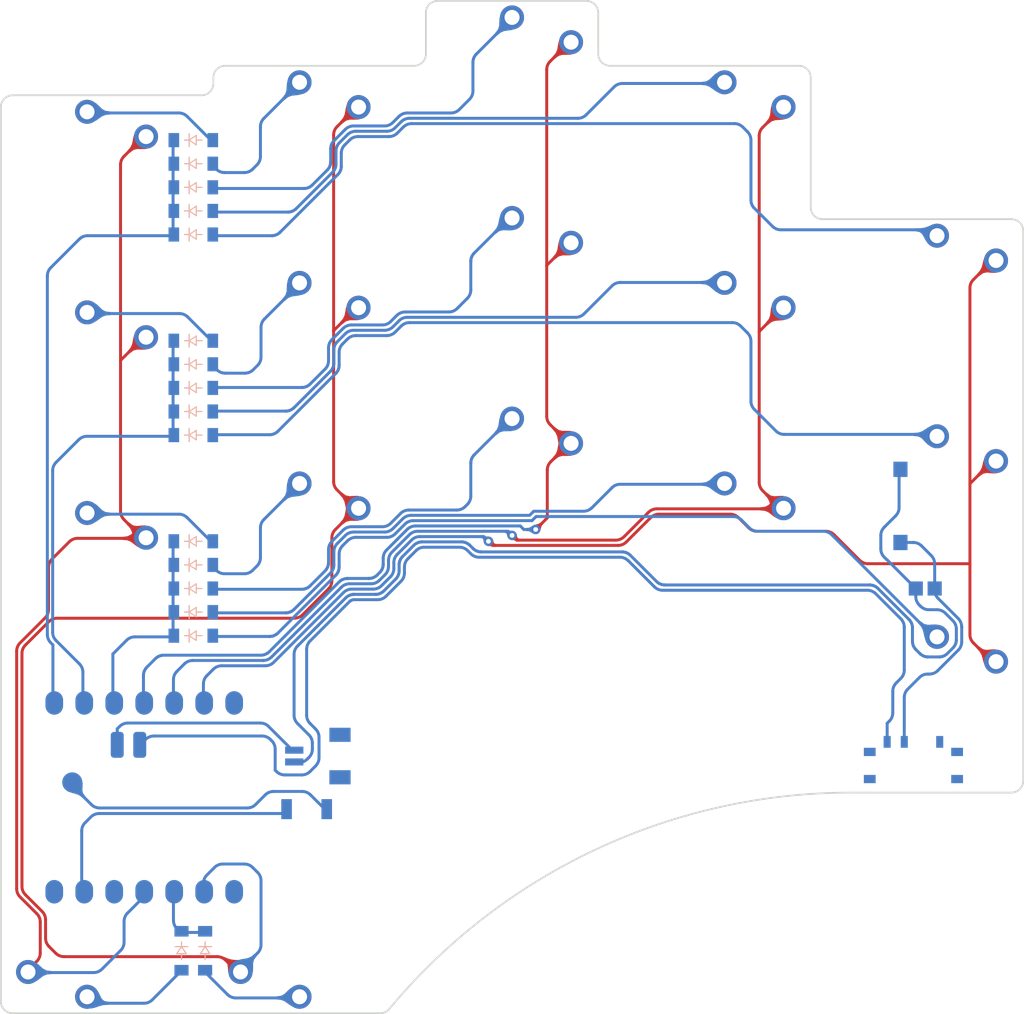
<source format=kicad_pcb>
(kicad_pcb (version 20221018) (generator pcbnew)
  (title_block (title "Dyad") (rev "v1.0.0") (company "Unknown"))
  (layers (0 "F.Cu" signal) (31 "B.Cu" signal) (34 "B.Paste" user) (35 "F.Paste" user) (36 "B.SilkS" user "B.Silkscreen") (37 "F.SilkS" user "F.Silkscreen") (38 "B.Mask" user) (39 "F.Mask" user) (44 "Edge.Cuts" user))
  (net 0 "")
  (net 1 "C4v")
  (net 2 "R2P")
  (net 3 "R1P")
  (net 4 "R0P")
  (net 5 "C3v")
  (net 6 "R2R")
  (net 7 "R1R")
  (net 8 "R0R")
  (net 9 "C2v")
  (net 10 "R2M")
  (net 11 "R1M")
  (net 12 "R0M")
  (net 13 "C1")
  (net 14 "R2I")
  (net 15 "R1I")
  (net 16 "R0I")
  (net 17 "C0")
  (net 18 "R2i")
  (net 19 "R1i")
  (net 20 "R0i")
  (net 21 "R3i")
  (net 22 "R3I")
  (net 23 "TERMP")
  (net 24 "BATM")
  (net 25 "PS_1")
  (net 26 "BATP")
  (net 27 "fiveV")
  (net 28 "GND")
  (net 29 "threeV")
  (net 30 "R3")
  (net 31 "d7")
  (net 32 "R0")
  (net 33 "R1")
  (net 34 "R2")
  (net 35 "D6")
  (net 36 "RST")
  (footprint "SM02_STSS_TB" (layer "F.Cu") (at -52 4.2 -90)
    (fp_text reference "")
    (fp_text value "")
  )
  (footprint "ComboDiode" (layer "F.Cu") (at -63 -23)
    (fp_text reference "")
    (fp_text value "")
  )
  (footprint "PG1350" (layer "F.Cu") (at -54 18.7 180)
    (fp_text reference "S17" hide)
    (fp_text value "" hide)
  )
  (footprint "THRU-1p85mm" (layer "F.Cu") (at -67.2 23.5 180)
    (fp_text reference "")
    (fp_text value "")
  )
  (footprint "PG1350" (layer "F.Cu") (at -72 -10.5)
    (fp_text reference "S13" hide)
    (fp_text value "" hide)
  )
  (footprint "ComboDiode" (layer "F.Cu") (at -63 -12)
    (fp_text reference "")
    (fp_text value "")
  )
  (footprint "PG1350" (layer "F.Cu") (at -54 -47)
    (fp_text reference "S12" hide)
    (fp_text value "" hide)
  )
  (footprint "header" (layer "F.Cu") (at -67.2225 7.7 180)
    (fp_text reference "S21" hide)
    (fp_text value "" hide)
  )
  (footprint "PG1350" (layer "F.Cu") (at -72 18.7 180)
    (fp_text reference "S16" hide)
    (fp_text value "" hide)
  )
  (footprint "ComboDiode" (layer "F.Cu") (at -63 -46)
    (fp_text reference "")
    (fp_text value "")
  )
  (footprint "PG1350" (layer "F.Cu") (at -54 -30)
    (fp_text reference "S11" hide)
    (fp_text value "" hide)
  )
  (footprint "pcm12" (layer "F.Cu") (at -2 5 90)
    (fp_text reference "S20" hide)
    (fp_text value "" hide)
  )
  (footprint "PG1350" (layer "F.Cu") (at -18 -47)
    (fp_text reference "S6" hide)
    (fp_text value "" hide)
  )
  (footprint "THRU-1p85mm" (layer "F.Cu") (at -4.8 -38.8)
    (fp_text reference "")
    (fp_text value "")
  )
  (footprint "ComboDiode" (layer "F.Cu") (at -63 -25)
    (fp_text reference "")
    (fp_text value "")
  )
  (footprint "ComboDiode" (layer "F.Cu") (at -63 -8)
    (fp_text reference "")
    (fp_text value "")
  )
  (footprint "bridge" (layer "F.Cu") (at -1 -10 180)
    (fp_text reference "")
    (fp_text value "")
  )
  (footprint "THRU-1p85mm" (layer "F.Cu") (at -58.8 -51.8)
    (fp_text reference "")
    (fp_text value "")
  )
  (footprint "ComboDiode" (layer "F.Cu") (at -63 -44)
    (fp_text reference "")
    (fp_text value "")
  )
  (footprint "PG1350" (layer "F.Cu") (at -72 -44.5)
    (fp_text reference "S15" hide)
    (fp_text value "" hide)
  )
  (footprint "ComboDiode" (layer "F.Cu") (at -63 -48)
    (fp_text reference "")
    (fp_text value "")
  )
  (footprint "PG1350" (layer "F.Cu") (at -36 -35.5)
    (fp_text reference "S8" hide)
    (fp_text value "" hide)
  )
  (footprint "ComboDiode" (layer "F.Cu") (at -63 -42)
    (fp_text reference "")
    (fp_text value "")
  )
  (footprint "PG1350" (layer "F.Cu") (at 0 -34)
    (fp_text reference "S3" hide)
    (fp_text value "" hide)
  )
  (footprint "ComboDiode" (layer "F.Cu") (at -62 20.7 -90)
    (fp_text reference "")
    (fp_text value "")
  )
  (footprint "PG1350" (layer "F.Cu") (at -18 -30)
    (fp_text reference "S5" hide)
    (fp_text value "" hide)
  )
  (footprint "THRU-1p85mm" (layer "F.Cu") (at -2.6 -28)
    (fp_text reference "")
    (fp_text value "")
  )
  (footprint "ComboDiode" (layer "F.Cu") (at -63 -40)
    (fp_text reference "")
    (fp_text value "")
  )
  (footprint "ComboDiode" (layer "F.Cu") (at -63 -27)
    (fp_text reference "")
    (fp_text value "")
  )
  (footprint "THRU-1p85mm" (layer "F.Cu") (at 4.8 4.8)
    (fp_text reference "")
    (fp_text value "")
  )
  (footprint "THRU-1p85mm" (layer "F.Cu") (at -53.4 13.2 180)
    (fp_text reference "")
    (fp_text value "")
  )
  (footprint "ComboDiode" (layer "F.Cu") (at -63 -10)
    (fp_text reference "")
    (fp_text value "")
  )
  (footprint "ComboDiode" (layer "F.Cu") (at -63 -31)
    (fp_text reference "")
    (fp_text value "")
  )
  (footprint "ComboDiode" (layer "F.Cu") (at -64 20.7 -90)
    (fp_text reference "")
    (fp_text value "")
  )
  (footprint "PG1350" (layer "F.Cu") (at 0 0)
    (fp_text reference "S1" hide)
    (fp_text value "" hide)
  )
  (footprint "PG1350" (layer "F.Cu") (at 0 -17)
    (fp_text reference "S2" hide)
    (fp_text value "" hide)
  )
  (footprint "PG1350" (layer "F.Cu") (at -18 -13)
    (fp_text reference "S4" hide)
    (fp_text value "" hide)
  )
  (footprint "b3u1000p" (layer "F.Cu") (at -53.4 8.7)
    (fp_text reference "")
    (fp_text value "")
  )
  (footprint "ComboDiode" (layer "F.Cu") (at -63 -14)
    (fp_text reference "")
    (fp_text value "")
  )
  (footprint "ComboDiode" (layer "F.Cu") (at -63 -6)
    (fp_text reference "")
    (fp_text value "")
  )
  (footprint "ComboDiode" (layer "F.Cu") (at -63 -29)
    (fp_text reference "")
    (fp_text value "")
  )
  (footprint "PG1350" (layer "F.Cu") (at -36 -18.5)
    (fp_text reference "S7" hide)
    (fp_text value "" hide)
  )
  (footprint "PG1350" (layer "F.Cu") (at -36 -52.5)
    (fp_text reference "S9" hide)
    (fp_text value "" hide)
  )
  (footprint "PG1350" (layer "F.Cu") (at -72 -27.5)
    (fp_text reference "S14" hide)
    (fp_text value "" hide)
  )
  (footprint "Reed" (layer "F.Cu") (at -3.1 -17 -90)
    (fp_text reference "")
    (fp_text value "")
  )
  (footprint "PG1350" (layer "F.Cu") (at -54 -13)
    (fp_text reference "S10" hide)
    (fp_text value "" hide)
  )
  (gr_arc (start 7.3 6.3) (mid 7.007107 7.007107) (end 6.3 7.3) (stroke (width 0.15)) (layer "Edge.Cuts"))
  (gr_arc (start -46.402913 25.639393) (mid -28.894971 12.112553) (end -7.3 7.3) (stroke (width 0.15)) (layer "Edge.Cuts"))
  (gr_line (start -28.7 -55.3) (end -28.7 -58.8) (stroke (width 0.15)) (layer "Edge.Cuts"))
  (gr_line (start -78.3 26) (end -47.171794 26) (stroke (width 0.15)) (layer "Edge.Cuts"))
  (gr_arc (start -61.3 -53.3) (mid -61.007107 -54.007107) (end -60.3 -54.3) (stroke (width 0.15)) (layer "Edge.Cuts"))
  (gr_line (start 7.3 6.3) (end 7.3 -40.3) (stroke (width 0.15)) (layer "Edge.Cuts"))
  (gr_line (start 6.3 -41.3) (end -9.7 -41.3) (stroke (width 0.15)) (layer "Edge.Cuts"))
  (gr_arc (start -61.3 -52.8) (mid -61.592893 -52.092893) (end -62.3 -51.8) (stroke (width 0.15)) (layer "Edge.Cuts"))
  (gr_line (start -29.7 -59.8) (end -42.3 -59.8) (stroke (width 0.15)) (layer "Edge.Cuts"))
  (gr_line (start -62.3 -51.8) (end -78.3 -51.8) (stroke (width 0.15)) (layer "Edge.Cuts"))
  (gr_arc (start -79.3 -50.8) (mid -79.007107 -51.507107) (end -78.3 -51.8) (stroke (width 0.15)) (layer "Edge.Cuts"))
  (gr_arc (start 6.3 -41.3) (mid 7.007107 -41.007107) (end 7.3 -40.3) (stroke (width 0.15)) (layer "Edge.Cuts"))
  (gr_line (start -61.3 -53.3) (end -61.3 -52.8) (stroke (width 0.15)) (layer "Edge.Cuts"))
  (gr_arc (start -27.7 -54.3) (mid -28.407107 -54.592893) (end -28.7 -55.3) (stroke (width 0.15)) (layer "Edge.Cuts"))
  (gr_arc (start -29.7 -59.8) (mid -28.992893 -59.507107) (end -28.7 -58.8) (stroke (width 0.15)) (layer "Edge.Cuts"))
  (gr_line (start -10.7 -42.3) (end -10.7 -53.3) (stroke (width 0.15)) (layer "Edge.Cuts"))
  (gr_line (start -11.7 -54.3) (end -27.7 -54.3) (stroke (width 0.15)) (layer "Edge.Cuts"))
  (gr_arc (start -9.7 -41.3) (mid -10.407107 -41.592893) (end -10.7 -42.3) (stroke (width 0.15)) (layer "Edge.Cuts"))
  (gr_arc (start -43.3 -55.3) (mid -43.592893 -54.592893) (end -44.3 -54.3) (stroke (width 0.15)) (layer "Edge.Cuts"))
  (gr_line (start -43.3 -58.8) (end -43.3 -55.3) (stroke (width 0.15)) (layer "Edge.Cuts"))
  (gr_arc (start -78.3 26) (mid -79.007107 25.707107) (end -79.3 25) (stroke (width 0.15)) (layer "Edge.Cuts"))
  (gr_line (start -79.3 -50.8) (end -79.3 25) (stroke (width 0.15)) (layer "Edge.Cuts"))
  (gr_arc (start -46.402914 25.639393) (mid -46.747172 25.905371) (end -47.171794 26) (stroke (width 0.15)) (layer "Edge.Cuts"))
  (gr_line (start -44.3 -54.3) (end -60.3 -54.3) (stroke (width 0.15)) (layer "Edge.Cuts"))
  (gr_line (start -7.3 7.3) (end 6.3 7.3) (stroke (width 0.15)) (layer "Edge.Cuts"))
  (gr_arc (start -11.7 -54.3) (mid -10.992893 -54.007107) (end -10.7 -53.3) (stroke (width 0.15)) (layer "Edge.Cuts"))
  (gr_arc (start -43.3 -58.8) (mid -43.007107 -59.507107) (end -42.3 -59.8) (stroke (width 0.15)) (layer "Edge.Cuts"))
  (gr_text "" (at -63 -31) (layer "F.SilkS") (effects (font (size 1.27 1.27))))
  (gr_text "" (at -64 20.7) (layer "F.SilkS") (effects (font (size 1.27 1.27))))
  (gr_text "" (at -64 20.7) (layer "F.SilkS") (effects (font (size 1.27 1.27))))
  (gr_text "" (at -63 -14) (layer "F.SilkS") (effects (font (size 1.27 1.27))))
  (gr_text "" (at -1 -10) (layer "F.SilkS") (effects (font (size 1.27 1.27))))
  (gr_text "" (at -63 -6) (layer "F.SilkS") (effects (font (size 1.27 1.27))))
  (gr_text "" (at 4.8 4.8) (layer "F.SilkS") (effects (font (size 1.27 1.27))))
  (gr_text "" (at -53.4 8.7) (layer "F.SilkS") (effects (font (size 1.27 1.27))))
  (gr_text "" (at -63 -8) (layer "F.SilkS") (effects (font (size 1.27 1.27))))
  (gr_text "" (at -36 -14.5) (layer "F.SilkS") (effects (font (size 1.27 1.27))))
  (gr_text "" (at -63 -46) (layer "F.SilkS") (effects (font (size 1.27 1.27))))
  (gr_text "" (at -63 -27) (layer "F.SilkS") (effects (font (size 1.27 1.27))))
  (gr_text "" (at -38 -14) (layer "F.SilkS") (effects (font (size 1.27 1.27))))
  (gr_text "" (at -63 -29) (layer "F.SilkS") (effects (font (size 1.27 1.27))))
  (gr_text "" (at -63 -40) (layer "F.SilkS") (effects (font (size 1.27 1.27))))
  (gr_text "" (at -34 -15) (layer "F.SilkS") (effects (font (size 1.27 1.27))))
  (gr_text "" (at -34 -15) (layer "F.SilkS") (effects (font (size 1.27 1.27))))
  (gr_text "" (at -63 -23) (layer "F.SilkS") (effects (font (size 1.27 1.27))))
  (gr_text "" (at -63 -6) (layer "F.SilkS") (effects (font (size 1.27 1.27))))
  (gr_text "" (at -1 -10) (layer "F.SilkS") (effects (font (size 1.27 1.27))))
  (gr_text "" (at -63 -40) (layer "F.SilkS") (effects (font (size 1.27 1.27))))
  (gr_text "" (at -63 -23) (layer "F.SilkS") (effects (font (size 1.27 1.27))))
  (gr_text "" (at -53.4 13.2) (layer "F.SilkS") (effects (font (size 1.27 1.27))))
  (gr_text "" (at -3.1 -17) (layer "F.SilkS") (effects (font (size 1.27 1.27))))
  (gr_text "" (at -4.8 -38.8) (layer "F.SilkS") (effects (font (size 1.27 1.27))))
  (gr_text "" (at -62 20.7) (layer "F.SilkS") (effects (font (size 1.27 1.27))))
  (gr_text "" (at -63 -25) (layer "F.SilkS") (effects (font (size 1.27 1.27))))
  (gr_text "" (at -2.6 -28) (layer "F.SilkS") (effects (font (size 1.27 1.27))))
  (gr_text "" (at -63 -12) (layer "F.SilkS") (effects (font (size 1.27 1.27))))
  (gr_text "" (at -63 -10) (layer "F.SilkS") (effects (font (size 1.27 1.27))))
  (gr_text "" (at -63 -25) (layer "F.SilkS") (effects (font (size 1.27 1.27))))
  (gr_text "" (at 4.8 4.8) (layer "F.SilkS") (effects (font (size 1.27 1.27))))
  (gr_text "" (at -62 20.7) (layer "F.SilkS") (effects (font (size 1.27 1.27))))
  (gr_text "" (at -4.8 -38.8) (layer "F.SilkS") (effects (font (size 1.27 1.27))))
  (gr_text "" (at -63 -8) (layer "F.SilkS") (effects (font (size 1.27 1.27))))
  (gr_text "" (at -63 -31) (layer "F.SilkS") (effects (font (size 1.27 1.27))))
  (gr_text "" (at -63 -42) (layer "F.SilkS") (effects (font (size 1.27 1.27))))
  (gr_text "" (at -63 -14) (layer "F.SilkS") (effects (font (size 1.27 1.27))))
  (gr_text "" (at -63 -48) (layer "F.SilkS") (effects (font (size 1.27 1.27))))
  (gr_text "" (at -63 -48) (layer "F.SilkS") (effects (font (size 1.27 1.27))))
  (gr_text "" (at -53.4 13.2) (layer "F.SilkS") (effects (font (size 1.27 1.27))))
  (gr_text "" (at -67.2 23.5) (layer "F.SilkS") (effects (font (size 1.27 1.27))))
  (gr_text "" (at -2.6 -28) (layer "F.SilkS") (effects (font (size 1.27 1.27))))
  (gr_text "" (at -58.8 -51.8) (layer "F.SilkS") (effects (font (size 1.27 1.27))))
  (gr_text "" (at -63 -10) (layer "F.SilkS") (effects (font (size 1.27 1.27))))
  (gr_text "" (at -36 -14.5) (layer "F.SilkS") (effects (font (size 1.27 1.27))))
  (gr_text "" (at -67.2 23.5) (layer "F.SilkS") (effects (font (size 1.27 1.27))))
  (gr_text "" (at -53.4 8.7) (layer "F.SilkS") (effects (font (size 1.27 1.27))))
  (gr_text "" (at -63 -44) (layer "F.SilkS") (effects (font (size 1.27 1.27))))
  (gr_text "" (at -63 -12) (layer "F.SilkS") (effects (font (size 1.27 1.27))))
  (gr_text "" (at -52 4.2) (layer "F.SilkS") (effects (font (size 1.27 1.27))))
  (gr_text "" (at -63 -29) (layer "F.SilkS") (effects (font (size 1.27 1.27))))
  (gr_text "" (at -3.1 -17) (layer "F.SilkS") (effects (font (size 1.27 1.27))))
  (gr_text "" (at -63 -27) (layer "F.SilkS") (effects (font (size 1.27 1.27))))
  (gr_text "" (at -58.8 -51.8) (layer "F.SilkS") (effects (font (size 1.27 1.27))))
  (gr_text "" (at -63 -46) (layer "F.SilkS") (effects (font (size 1.27 1.27))))
  (gr_text "" (at -52 4.2) (layer "F.SilkS") (effects (font (size 1.27 1.27))))
  (gr_text "" (at -38 -14) (layer "F.SilkS") (effects (font (size 1.27 1.27))))
  (gr_text "" (at -63 -44) (layer "F.SilkS") (effects (font (size 1.27 1.27))))
  (gr_text "" (at -63 -42) (layer "F.SilkS") (effects (font (size 1.27 1.27))))
  (segment (start 4.685786 -37.782107) (end 3.078679 -36.175) (width 0.25) (layer "F.Cu") (net 1))
  (segment (start 2.785786 -18.832107) (end 2.785786 -12.1) (width 0.25) (layer "F.Cu") (net 1))
  (segment (start -17.528428 -16.3) (end -23.55 -16.3) (width 0.25) (layer "F.Cu") (net 1))
  (segment (start 4.685786 -20.782107) (end 2.785786 -18.882107) (width 0.25) (layer "F.Cu") (net 1))
  (segment (start -6.557107 -12.392893) (end -8.721321 -14.557107) (width 0.25) (layer "F.Cu") (net 1))
  (segment (start 2.785786 -12.1) (end 2.785786 -6.096321) (width 0.25) (layer "F.Cu") (net 1))
  (segment (start -9.428428 -14.85) (end -15.25 -14.85) (width 0.25) (layer "F.Cu") (net 1))
  (segment (start -37.65 -13.65) (end -38 -14) (width 0.25) (layer "F.Cu") (net 1))
  (segment (start -24.257107 -16.007107) (end -26.321321 -13.942893) (width 0.25) (layer "F.Cu") (net 1))
  (segment (start -27.028428 -13.65) (end -37.65 -13.65) (width 0.25) (layer "F.Cu") (net 1))
  (segment (start 2.785786 -12.1) (end -5.85 -12.1) (width 0.25) (layer "F.Cu") (net 1))
  (segment (start 2.785786 -35.467893) (end 2.785786 -18.832107) (width 0.25) (layer "F.Cu") (net 1))
  (segment (start 3.078679 -5.389214) (end 4.685786 -3.782107) (width 0.25) (layer "F.Cu") (net 1))
  (segment (start -15.957107 -15.142893) (end -16.821321 -16.007107) (width 0.25) (layer "F.Cu") (net 1))
  (via (at -38 -14) (size 0.8) (drill 0.4) (layers "F.Cu" "B.Cu") (net 1))
  (arc (start 3.078679 -36.175) (mid 2.861906 -35.850577) (end 2.785786 -35.467893) (width 0.25) (layer "F.Cu") (net 1))
  (arc (start 3.078679 -5.389214) (mid 2.861906 -5.713637) (end 2.785786 -6.096321) (width 0.25) (layer "F.Cu") (net 1))
  (arc (start -26.321321 -13.942893) (mid -26.645744 -13.72612) (end -27.028428 -13.65) (width 0.25) (layer "F.Cu") (net 1))
  (arc (start -23.55 -16.3) (mid -23.932684 -16.22388) (end -24.257107 -16.007107) (width 0.25) (layer "F.Cu") (net 1))
  (arc (start -15.25 -14.85) (mid -15.632684 -14.92612) (end -15.957107 -15.142893) (width 0.25) (layer "F.Cu") (net 1))
  (arc (start -8.721321 -14.557107) (mid -9.045745 -14.77388) (end -9.428428 -14.85) (width 0.25) (layer "F.Cu") (net 1))
  (arc (start -5.85 -12.1) (mid -6.232684 -12.17612) (end -6.557107 -12.392893) (width 0.25) (layer "F.Cu") (net 1))
  (arc (start -16.821321 -16.007107) (mid -17.145744 -16.22388) (end -17.528428 -16.3) (width 0.25) (layer "F.Cu") (net 1))
  (segment (start -61.850301 -2.613913) (end -61.307107 -3.157107) (width 0.25) (layer "B.Cu") (net 1))
  (segment (start -45.721321 -12.896425) (end -44.510639 -14.107107) (width 0.25) (layer "B.Cu") (net 1))
  (segment (start -56.189341 -3.742893) (end -50.275127 -9.657107) (width 0.25) (layer "B.Cu") (net 1))
  (segment (start -43.803532 -14.4) (end -38.4 -14.4) (width 0.25) (layer "B.Cu") (net 1))
  (segment (start -62.143194 0.18) (end -62.143194 -1.906806) (width 0.25) (layer "B.Cu") (net 1))
  (segment (start -49.56802 -9.95) (end -47.755636 -9.95) (width 0.25) (layer "B.Cu") (net 1))
  (segment (start -47.048529 -10.242893) (end -46.307107 -10.984315) (width 0.25) (layer "B.Cu") (net 1))
  (segment (start -60.6 -3.45) (end -56.896448 -3.45) (width 0.25) (layer "B.Cu") (net 1))
  (segment (start -38.4 -14.4) (end -38 -14) (width 0.25) (layer "B.Cu") (net 1))
  (segment (start -46.014214 -11.691422) (end -46.014214 -12.189318) (width 0.25) (layer "B.Cu") (net 1))
  (arc (start -50.275127 -9.657107) (mid -49.950703 -9.87388) (end -49.56802 -9.95) (width 0.25) (layer "B.Cu") (net 1))
  (arc (start -44.510639 -14.107107) (mid -44.186216 -14.32388) (end -43.803532 -14.4) (width 0.25) (layer "B.Cu") (net 1))
  (arc (start -61.307107 -3.157107) (mid -60.982684 -3.37388) (end -60.6 -3.45) (width 0.25) (layer "B.Cu") (net 1))
  (arc (start -46.307107 -10.984315) (mid -46.090334 -11.308739) (end -46.014214 -11.691422) (width 0.25) (layer "B.Cu") (net 1))
  (arc (start -47.755636 -9.95) (mid -47.372952 -10.02612) (end -47.048529 -10.242893) (width 0.25) (layer "B.Cu") (net 1))
  (arc (start -46.014214 -12.189318) (mid -45.938094 -12.572001) (end -45.721321 -12.896425) (width 0.25) (layer "B.Cu") (net 1))
  (arc (start -62.143194 -1.906806) (mid -62.067074 -2.289489) (end -61.850301 -2.613913) (width 0.25) (layer "B.Cu") (net 1))
  (arc (start -56.896448 -3.45) (mid -56.513765 -3.52612) (end -56.189341 -3.742893) (width 0.25) (layer "B.Cu") (net 1))
  (segment (start -56.536979 -5.93448) (end -56.52726 -5.934671) (width 0.25) (layer "B.Cu") (net 2))
  (segment (start -50.93165 -11.125867) (end -50.870304 -11.189669) (width 0.25) (layer "B.Cu") (net 2))
  (segment (start -33.964214 -16.1) (end -17.278428 -16.1) (width 0.25) (layer "B.Cu") (net 2))
  (segment (start -50.352664 -13.627373) (end -49.93845 -14.041587) (width 0.25) (layer "B.Cu") (net 2))
  (segment (start -34.314214 -15.75) (end -33.964214 -16.1) (width 0.25) (layer "B.Cu") (net 2))
  (segment (start -56.245852 -5.974763) (end -56.15521 -6.012308) (width 0.25) (layer "B.Cu") (net 2))
  (segment (start -16.571321 -15.807107) (end -15.907107 -15.142893) (width 0.25) (layer "B.Cu") (net 2))
  (segment (start -15.2 -14.85) (end -9.628428 -14.85) (width 0.25) (layer "B.Cu") (net 2))
  (segment (start -0.370557 -5.95948) (end -0.245557 -5.83448) (width 0.25) (layer "B.Cu") (net 2))
  (segment (start -56.35178 -5.953693) (end -56.245852 -5.974763) (width 0.25) (layer "B.Cu") (net 2))
  (segment (start -55.98232 -6.10472) (end -55.974411 -6.110005) (width 0.25) (layer "B.Cu") (net 2))
  (segment (start -61.595557 -5.93448) (end -56.536979 -5.93448) (width 0.25) (layer "B.Cu") (net 2))
  (segment (start -50.870304 -11.189669) (end -50.761078 -11.353138) (width 0.25) (layer "B.Cu") (net 2))
  (segment (start -50.666626 -11.631376) (end -50.664769 -11.64071) (width 0.25) (layer "B.Cu") (net 2))
  (segment (start -45.902664 -14.627373) (end -45.07293 -15.457107) (width 0.25) (layer "B.Cu") (net 2))
  (segment (start -8.921321 -14.557107) (end -0.214214 -5.85) (width 0.25) (layer "B.Cu") (net 2))
  (segment (start -50.761078 -11.353138) (end -50.723533 -11.443778) (width 0.25) (layer "B.Cu") (net 2))
  (segment (start -55.83688 -6.220634) (end -55.829872 -6.227373) (width 0.25) (layer "B.Cu") (net 2))
  (segment (start -49.231343 -14.33448) (end -46.609771 -14.33448) (width 0.25) (layer "B.Cu") (net 2))
  (segment (start -50.645748 -11.816177) (end -50.645557 -11.825902) (width 0.25) (layer "B.Cu") (net 2))
  (segment (start -44.365823 -15.75) (end -34.314214 -15.75) (width 0.25) (layer "B.Cu") (net 2))
  (segment (start -55.829872 -6.227373) (end -50.945387 -11.111858) (width 0.25) (layer "B.Cu") (net 2))
  (segment (start -50.645557 -11.825902) (end -50.645557 -12.920266) (width 0.25) (layer "B.Cu") (net 2))
  (arc (start -15.907107 -15.142893) (mid -15.582683 -14.92612) (end -15.2 -14.85) (width 0.25) (layer "B.Cu") (net 2))
  (arc (start -50.723533 -11.443778) (mid -50.690471 -11.536179) (end -50.666626 -11.631376) (width 0.25) (layer "B.Cu") (net 2))
  (arc (start -56.15521 -6.012308) (mid -56.066495 -6.054267) (end -55.98232 -6.10472) (width 0.25) (layer "B.Cu") (net 2))
  (arc (start -50.664769 -11.64071) (mid -50.65138 -11.728023) (end -50.645748 -11.816177) (width 0.25) (layer "B.Cu") (net 2))
  (arc (start -50.945387 -11.111858) (mid -50.938484 -11.118829) (end -50.93165 -11.125867) (width 0.25) (layer "B.Cu") (net 2))
  (arc (start -56.52726 -5.934671) (mid -56.439099 -5.940303) (end -56.35178 -5.953693) (width 0.25) (layer "B.Cu") (net 2))
  (arc (start -45.07293 -15.457107) (mid -44.748507 -15.67388) (end -44.365823 -15.75) (width 0.25) (layer "B.Cu") (net 2))
  (arc (start -49.93845 -14.041587) (mid -49.614026 -14.25836) (end -49.231343 -14.33448) (width 0.25) (layer "B.Cu") (net 2))
  (arc (start -46.609771 -14.33448) (mid -46.227087 -14.4106) (end -45.902664 -14.627373) (width 0.25) (layer "B.Cu") (net 2))
  (arc (start -55.974411 -6.110005) (mid -55.9032 -6.162279) (end -55.83688 -6.220634) (width 0.25) (layer "B.Cu") (net 2))
  (arc (start -17.278428 -16.1) (mid -16.895744 -16.02388) (end -16.571321 -15.807107) (width 0.25) (layer "B.Cu") (net 2))
  (arc (start -9.628428 -14.85) (mid -9.245745 -14.77388) (end -8.921321 -14.557107) (width 0.25) (layer "B.Cu") (net 2))
  (arc (start -50.645557 -12.920266) (mid -50.569437 -13.302949) (end -50.352664 -13.627373) (width 0.25) (layer "B.Cu") (net 2))
  (segment (start -55.982321 -23.204719) (end -55.974409 -23.210006) (width 0.25) (layer "B.Cu") (net 3))
  (segment (start -50.352664 -30.727373) (end -49.93845 -31.141587) (width 0.25) (layer "B.Cu") (net 3))
  (segment (start -50.645748 -28.916177) (end -50.645557 -28.925902) (width 0.25) (layer "B.Cu") (net 3))
  (segment (start -56.527176 -23.034672) (end -56.438677 -23.036408) (width 0.25) (layer "B.Cu") (net 3))
  (segment (start -15.764214 -30.954229) (end -15.764214 -25.881565) (width 0.25) (layer "B.Cu") (net 3))
  (segment (start -56.438677 -23.036408) (end -56.245852 -23.074763) (width 0.25) (layer "B.Cu") (net 3))
  (segment (start -56.245852 -23.074763) (end -56.155209 -23.112309) (width 0.25) (layer "B.Cu") (net 3))
  (segment (start -44.681343 -32.53448) (end -17.344465 -32.53448) (width 0.25) (layer "B.Cu") (net 3))
  (segment (start -49.231343 -31.43448) (end -46.609771 -31.43448) (width 0.25) (layer "B.Cu") (net 3))
  (segment (start -0.370557 -23.05948) (end -0.245557 -22.93448) (width 0.25) (layer "B.Cu") (net 3))
  (segment (start -55.836881 -23.320633) (end -55.829872 -23.327373) (width 0.25) (layer "B.Cu") (net 3))
  (segment (start -50.761078 -28.453138) (end -50.723533 -28.543778) (width 0.25) (layer "B.Cu") (net 3))
  (segment (start -12.942129 -23.05948) (end -0.370557 -23.05948) (width 0.25) (layer "B.Cu") (net 3))
  (segment (start -55.829872 -23.327373) (end -50.945387 -28.211858) (width 0.25) (layer "B.Cu") (net 3))
  (segment (start -16.637358 -32.241587) (end -16.057107 -31.661336) (width 0.25) (layer "B.Cu") (net 3))
  (segment (start -50.93165 -28.225867) (end -50.870304 -28.289669) (width 0.25) (layer "B.Cu") (net 3))
  (segment (start -50.645557 -28.925902) (end -50.645557 -30.020266) (width 0.25) (layer "B.Cu") (net 3))
  (segment (start -45.902664 -31.727373) (end -45.38845 -32.241587) (width 0.25) (layer "B.Cu") (net 3))
  (segment (start -50.870304 -28.289669) (end -50.761078 -28.453138) (width 0.25) (layer "B.Cu") (net 3))
  (segment (start -50.666626 -28.731376) (end -50.664769 -28.74071) (width 0.25) (layer "B.Cu") (net 3))
  (segment (start -15.471321 -25.174458) (end -13.649236 -23.352373) (width 0.25) (layer "B.Cu") (net 3))
  (segment (start -61.595557 -23.03448) (end -56.546785 -23.03448) (width 0.25) (layer "B.Cu") (net 3))
  (arc (start -56.546785 -23.03448) (mid -56.53698 -23.034528) (end -56.527176 -23.034672) (width 0.25) (layer "B.Cu") (net 3))
  (arc (start -50.664769 -28.74071) (mid -50.65138 -28.828023) (end -50.645748 -28.916177) (width 0.25) (layer "B.Cu") (net 3))
  (arc (start -16.057107 -31.661336) (mid -15.840334 -31.336913) (end -15.764214 -30.954229) (width 0.25) (layer "B.Cu") (net 3))
  (arc (start -55.982321 -23.204719) (mid -56.066495 -23.154267) (end -56.155209 -23.112309) (width 0.25) (layer "B.Cu") (net 3))
  (arc (start -50.645557 -30.020266) (mid -50.569437 -30.402949) (end -50.352664 -30.727373) (width 0.25) (layer "B.Cu") (net 3))
  (arc (start -55.974409 -23.210006) (mid -55.9032 -23.26228) (end -55.836881 -23.320633) (width 0.25) (layer "B.Cu") (net 3))
  (arc (start -15.471321 -25.174458) (mid -15.688094 -25.498881) (end -15.764214 -25.881565) (width 0.25) (layer "B.Cu") (net 3))
  (arc (start -17.344465 -32.53448) (mid -16.961781 -32.45836) (end -16.637358 -32.241587) (width 0.25) (layer "B.Cu") (net 3))
  (arc (start -46.609771 -31.43448) (mid -46.227088 -31.5106) (end -45.902664 -31.727373) (width 0.25) (layer "B.Cu") (net 3))
  (arc (start -50.666626 -28.731376) (mid -50.690471 -28.636179) (end -50.723533 -28.543778) (width 0.25) (layer "B.Cu") (net 3))
  (arc (start -49.93845 -31.141587) (mid -49.614026 -31.35836) (end -49.231343 -31.43448) (width 0.25) (layer "B.Cu") (net 3))
  (arc (start -50.93165 -28.225867) (mid -50.938484 -28.218829) (end -50.945387 -28.211858) (width 0.25) (layer "B.Cu") (net 3))
  (arc (start -13.649236 -23.352373) (mid -13.324813 -23.1356) (end -12.942129 -23.05948) (width 0.25) (layer "B.Cu") (net 3))
  (arc (start -45.38845 -32.241587) (mid -45.064027 -32.45836) (end -44.681343 -32.53448) (width 0.25) (layer "B.Cu") (net 3))
  (segment (start -44.5 -49.4) (end -17.163122 -49.4) (width 0.25) (layer "B.Cu") (net 4))
  (segment (start -55.882871 -40.01552) (end -55.719402 -40.124747) (width 0.25) (layer "B.Cu") (net 4))
  (segment (start -13.233059 -40.4) (end -12.285786 -40.4) (width 0.25) (layer "B.Cu") (net 4))
  (segment (start -61.414214 -39.9) (end -56.355636 -39.9) (width 0.25) (layer "B.Cu") (net 4))
  (segment (start -50.504498 -45.500295) (end -50.466143 -45.693121) (width 0.25) (layer "B.Cu") (net 4))
  (segment (start -12.285786 -40.4) (end -0.664214 -40.4) (width 0.25) (layer "B.Cu") (net 4))
  (segment (start -50.171321 -47.592893) (end -49.757107 -48.007107) (width 0.25) (layer "B.Cu") (net 4))
  (segment (start -50.579735 -45.318658) (end -50.504498 -45.500295) (width 0.25) (layer "B.Cu") (net 4))
  (segment (start -0.664214 -40.4) (end -0.064214 -39.8) (width 0.25) (layer "B.Cu") (net 4))
  (segment (start -15.539467 -42.292194) (end -13.940166 -40.692893) (width 0.25) (layer "B.Cu") (net 4))
  (segment (start -56.257334 -39.901928) (end -56.064509 -39.940283) (width 0.25) (layer "B.Cu") (net 4))
  (segment (start -50.757107 -45.084315) (end -50.688961 -45.155189) (width 0.25) (layer "B.Cu") (net 4))
  (segment (start -16.456015 -49.107107) (end -16.057107 -48.708199) (width 0.25) (layer "B.Cu") (net 4))
  (segment (start -56.064509 -39.940283) (end -55.882871 -40.01552) (width 0.25) (layer "B.Cu") (net 4))
  (segment (start -15.764214 -48.001092) (end -15.764214 -42.928428) (width 0.25) (layer "B.Cu") (net 4))
  (segment (start -50.464214 -45.791422) (end -50.464214 -46.885786) (width 0.25) (layer "B.Cu") (net 4))
  (segment (start -55.719402 -40.124747) (end -55.648529 -40.192893) (width 0.25) (layer "B.Cu") (net 4))
  (segment (start -45.721321 -48.592893) (end -45.207107 -49.107107) (width 0.25) (layer "B.Cu") (net 4))
  (segment (start -55.648529 -40.192893) (end -50.757107 -45.084315) (width 0.25) (layer "B.Cu") (net 4))
  (segment (start -50.688961 -45.155189) (end -50.579735 -45.318658) (width 0.25) (layer "B.Cu") (net 4))
  (segment (start -56.355636 -39.9) (end -56.257334 -39.901928) (width 0.25) (layer "B.Cu") (net 4))
  (segment (start -50.466143 -45.693121) (end -50.464214 -45.791422) (width 0.25) (layer "B.Cu") (net 4))
  (segment (start -49.05 -48.3) (end -46.428428 -48.3) (width 0.25) (layer "B.Cu") (net 4))
  (arc (start -16.057107 -48.708199) (mid -15.840334 -48.383775) (end -15.764214 -48.001092) (width 0.25) (layer "B.Cu") (net 4))
  (arc (start -17.163122 -49.4) (mid -16.780438 -49.32388) (end -16.456015 -49.107107) (width 0.25) (layer "B.Cu") (net 4))
  (arc (start -13.940166 -40.692893) (mid -13.615743 -40.47612) (end -13.233059 -40.4) (width 0.25) (layer "B.Cu") (net 4))
  (arc (start -45.207107 -49.107107) (mid -44.882684 -49.32388) (end -44.5 -49.4) (width 0.25) (layer "B.Cu") (net 4))
  (arc (start -15.764214 -42.928428) (mid -15.705759 -42.591538) (end -15.539467 -42.292194) (width 0.25) (layer "B.Cu") (net 4))
  (arc (start -50.464214 -46.885786) (mid -50.388094 -47.268469) (end -50.171321 -47.592893) (width 0.25) (layer "B.Cu") (net 4))
  (arc (start -49.757107 -48.007107) (mid -49.432683 -48.22388) (end -49.05 -48.3) (width 0.25) (layer "B.Cu") (net 4))
  (arc (start -46.428428 -48.3) (mid -46.045745 -48.37612) (end -45.721321 -48.592893) (width 0.25) (layer "B.Cu") (net 4))
  (segment (start -15.064214 -48.367893) (end -15.064214 -31.732107) (width 0.25) (layer "F.Cu") (net 5))
  (segment (start -27.214824 -14.1) (end -35.6 -14.1) (width 0.25) (layer "F.Cu") (net 5))
  (segment (start -24.443503 -16.457107) (end -26.507717 -14.392893) (width 0.25) (layer "F.Cu") (net 5))
  (segment (start -13.164214 -50.682107) (end -14.771321 -49.075) (width 0.25) (layer "F.Cu") (net 5))
  (segment (start -15.064214 -31.732107) (end -15.064214 -18.996321) (width 0.25) (layer "F.Cu") (net 5))
  (segment (start -13.164214 -33.682107) (end -15.064214 -31.782107) (width 0.25) (layer "F.Cu") (net 5))
  (segment (start -35.6 -14.1) (end -36 -14.5) (width 0.25) (layer "F.Cu") (net 5))
  (segment (start -14.771321 -18.289214) (end -13.164214 -16.682107) (width 0.25) (layer "F.Cu") (net 5))
  (segment (start -13.214214 -16.75) (end -23.736396 -16.75) (width 0.25) (layer "F.Cu") (net 5))
  (via (at -36 -14.5) (size 0.8) (drill 0.4) (layers "F.Cu" "B.Cu") (net 5))
  (arc (start -23.736396 -16.75) (mid -24.11908 -16.67388) (end -24.443503 -16.457107) (width 0.25) (layer "F.Cu") (net 5))
  (arc (start -14.771321 -18.289214) (mid -14.988094 -18.613637) (end -15.064214 -18.996321) (width 0.25) (layer "F.Cu") (net 5))
  (arc (start -26.507717 -14.392893) (mid -26.83214 -14.17612) (end -27.214824 -14.1) (width 0.25) (layer "F.Cu") (net 5))
  (arc (start -14.771321 -49.075) (mid -14.988094 -48.750577) (end -15.064214 -48.367893) (width 0.25) (layer "F.Cu") (net 5))
  (segment (start -46.171321 -13.082821) (end -44.697035 -14.557107) (width 0.25) (layer "B.Cu") (net 5))
  (segment (start -46.464214 -11.877818) (end -46.464214 -12.375714) (width 0.25) (layer "B.Cu") (net 5))
  (segment (start -56.375737 -4.192893) (end -50.461523 -10.107107) (width 0.25) (layer "B.Cu") (net 5))
  (segment (start -47.234925 -10.692893) (end -46.757107 -11.170711) (width 0.25) (layer "B.Cu") (net 5))
  (segment (start -64.683194 0.18) (end -64.683194 -2.266806) (width 0.25) (layer "B.Cu") (net 5))
  (segment (start -43.989928 -14.85) (end -37.028428 -14.85) (width 0.25) (layer "B.Cu") (net 5))
  (segment (start -63.05 -3.9) (end -57.082844 -3.9) (width 0.25) (layer "B.Cu") (net 5))
  (segment (start -36.35 -14.85) (end -36 -14.5) (width 0.25) (layer "B.Cu") (net 5))
  (segment (start -37.028428 -14.85) (end -36.35 -14.85) (width 0.25) (layer "B.Cu") (net 5))
  (segment (start -49.754416 -10.4) (end -47.942032 -10.4) (width 0.25) (layer "B.Cu") (net 5))
  (segment (start -64.390301 -2.973913) (end -63.757107 -3.607107) (width 0.25) (layer "B.Cu") (net 5))
  (arc (start -46.757107 -11.170711) (mid -46.540334 -11.495135) (end -46.464214 -11.877818) (width 0.25) (layer "B.Cu") (net 5))
  (arc (start -44.697035 -14.557107) (mid -44.372611 -14.77388) (end -43.989928 -14.85) (width 0.25) (layer "B.Cu") (net 5))
  (arc (start -63.757107 -3.607107) (mid -63.432684 -3.82388) (end -63.05 -3.9) (width 0.25) (layer "B.Cu") (net 5))
  (arc (start -64.683194 -2.266806) (mid -64.607074 -2.64949) (end -64.390301 -2.973913) (width 0.25) (layer "B.Cu") (net 5))
  (arc (start -46.464214 -12.375714) (mid -46.388094 -12.758398) (end -46.171321 -13.082821) (width 0.25) (layer "B.Cu") (net 5))
  (arc (start -50.461523 -10.107107) (mid -50.1371 -10.32388) (end -49.754416 -10.4) (width 0.25) (layer "B.Cu") (net 5))
  (arc (start -57.082844 -3.9) (mid -56.70016 -3.97612) (end -56.375737 -4.192893) (width 0.25) (layer "B.Cu") (net 5))
  (arc (start -47.942032 -10.4) (mid -47.559349 -10.47612) (end -47.234925 -10.692893) (width 0.25) (layer "B.Cu") (net 5))
  (segment (start -54.791251 -8.012456) (end -54.700611 -8.050001) (width 0.25) (layer "B.Cu") (net 6))
  (segment (start -50.802664 -13.813769) (end -50.124846 -14.491587) (width 0.25) (layer "B.Cu") (net 6))
  (segment (start -27.53845 -18.541587) (end -29.237144 -16.842893) (width 0.25) (layer "B.Cu") (net 6))
  (segment (start -54.466268 -8.227373) (end -51.38845 -11.305191) (width 0.25) (layer "B.Cu") (net 6))
  (segment (start -29.944251 -16.55) (end -34.164214 -16.55) (width 0.25) (layer "B.Cu") (net 6))
  (segment (start -55.075074 -7.936409) (end -54.978849 -7.955549) (width 0.25) (layer "B.Cu") (net 6))
  (segment (start -51.173387 -11.630525) (end -51.13584 -11.721171) (width 0.25) (layer "B.Cu") (net 6))
  (segment (start -51.38845 -11.305191) (end -51.381712 -11.312198) (width 0.25) (layer "B.Cu") (net 6))
  (segment (start -49.417739 -14.78448) (end -46.796167 -14.78448) (width 0.25) (layer "B.Cu") (net 6))
  (segment (start -34.164214 -16.55) (end -34.514214 -16.2) (width 0.25) (layer "B.Cu") (net 6))
  (segment (start -51.13584 -11.721171) (end -51.11477 -11.827099) (width 0.25) (layer "B.Cu") (net 6))
  (segment (start -51.095748 -12.002579) (end -51.095557 -12.012298) (width 0.25) (layer "B.Cu") (net 6))
  (segment (start -34.514214 -16.2) (end -44.55222 -16.2) (width 0.25) (layer "B.Cu") (net 6))
  (segment (start -51.095557 -12.012298) (end -51.095557 -13.106662) (width 0.25) (layer "B.Cu") (net 6))
  (segment (start -55.163566 -7.934672) (end -55.075074 -7.936409) (width 0.25) (layer "B.Cu") (net 6))
  (segment (start -54.700611 -8.050001) (end -54.610802 -8.11001) (width 0.25) (layer "B.Cu") (net 6))
  (segment (start -54.473282 -8.220629) (end -54.466268 -8.227373) (width 0.25) (layer "B.Cu") (net 6))
  (segment (start -46.08906 -15.077373) (end -45.259326 -15.907107) (width 0.25) (layer "B.Cu") (net 6))
  (segment (start -51.271081 -11.449731) (end -51.265794 -11.457643) (width 0.25) (layer "B.Cu") (net 6))
  (segment (start -61.595557 -7.93448) (end -55.183186 -7.93448) (width 0.25) (layer "B.Cu") (net 6))
  (segment (start -18.245557 -18.83448) (end -26.831343 -18.83448) (width 0.25) (layer "B.Cu") (net 6))
  (arc (start -46.796167 -14.78448) (mid -46.413484 -14.8606) (end -46.08906 -15.077373) (width 0.25) (layer "B.Cu") (net 6))
  (arc (start -55.163566 -7.934672) (mid -55.173376 -7.934528) (end -55.183186 -7.93448) (width 0.25) (layer "B.Cu") (net 6))
  (arc (start -50.124846 -14.491587) (mid -49.800423 -14.70836) (end -49.417739 -14.78448) (width 0.25) (layer "B.Cu") (net 6))
  (arc (start -26.831343 -18.83448) (mid -27.214027 -18.75836) (end -27.53845 -18.541587) (width 0.25) (layer "B.Cu") (net 6))
  (arc (start -44.552219 -16.2) (mid -44.934902 -16.12388) (end -45.259326 -15.907107) (width 0.25) (layer "B.Cu") (net 6))
  (arc (start -51.265794 -11.457643) (mid -51.215344 -11.541814) (end -51.173387 -11.630525) (width 0.25) (layer "B.Cu") (net 6))
  (arc (start -51.095748 -12.002579) (mid -51.10138 -11.914419) (end -51.11477 -11.827099) (width 0.25) (layer "B.Cu") (net 6))
  (arc (start -29.237144 -16.842893) (mid -29.561567 -16.62612) (end -29.944251 -16.55) (width 0.25) (layer "B.Cu") (net 6))
  (arc (start -54.791251 -8.012456) (mid -54.883652 -7.979394) (end -54.978849 -7.955549) (width 0.25) (layer "B.Cu") (net 6))
  (arc (start -54.610802 -8.11001) (mid -54.539597 -8.16228) (end -54.473282 -8.220629) (width 0.25) (layer "B.Cu") (net 6))
  (arc (start -51.095557 -13.106662) (mid -51.019437 -13.489345) (end -50.802664 -13.813769) (width 0.25) (layer "B.Cu") (net 6))
  (arc (start -51.271081 -11.449731) (mid -51.323356 -11.378519) (end -51.381712 -11.312198) (width 0.25) (layer "B.Cu") (net 6))
  (segment (start -18.245557 -35.93448) (end -26.831343 -35.93448) (width 0.25) (layer "B.Cu") (net 7))
  (segment (start -51.097485 -29.013996) (end -51.13584 -28.821171) (width 0.25) (layer "B.Cu") (net 7))
  (segment (start -30.609771 -32.98448) (end -44.867739 -32.98448) (width 0.25) (layer "B.Cu") (net 7))
  (segment (start -45.574846 -32.691587) (end -46.08906 -32.177373) (width 0.25) (layer "B.Cu") (net 7))
  (segment (start -50.124846 -31.591587) (end -50.802664 -30.913769) (width 0.25) (layer "B.Cu") (net 7))
  (segment (start -51.211077 -28.639534) (end -51.320304 -28.476064) (width 0.25) (layer "B.Cu") (net 7))
  (segment (start -54.882248 -25.074764) (end -55.075074 -25.036409) (width 0.25) (layer "B.Cu") (net 7))
  (segment (start -54.700611 -25.150001) (end -54.882248 -25.074764) (width 0.25) (layer "B.Cu") (net 7))
  (segment (start -27.53845 -35.641587) (end -29.902664 -33.277373) (width 0.25) (layer "B.Cu") (net 7))
  (segment (start -54.537142 -25.259228) (end -54.700611 -25.150001) (width 0.25) (layer "B.Cu") (net 7))
  (segment (start -51.095557 -29.112298) (end -51.097485 -29.013996) (width 0.25) (layer "B.Cu") (net 7))
  (segment (start -51.320304 -28.476064) (end -51.38845 -28.405191) (width 0.25) (layer "B.Cu") (net 7))
  (segment (start -55.075074 -25.036409) (end -55.173375 -25.03448) (width 0.25) (layer "B.Cu") (net 7))
  (segment (start -46.796167 -31.88448) (end -49.417739 -31.88448) (width 0.25) (layer "B.Cu") (net 7))
  (segment (start -51.38845 -28.405191) (end -54.466268 -25.327373) (width 0.25) (layer "B.Cu") (net 7))
  (segment (start -54.466268 -25.327373) (end -54.537142 -25.259228) (width 0.25) (layer "B.Cu") (net 7))
  (segment (start -51.095557 -30.206662) (end -51.095557 -29.112298) (width 0.25) (layer "B.Cu") (net 7))
  (segment (start -51.13584 -28.821171) (end -51.211077 -28.639534) (width 0.25) (layer "B.Cu") (net 7))
  (segment (start -55.173375 -25.03448) (end -61.595557 -25.03448) (width 0.25) (layer "B.Cu") (net 7))
  (arc (start -45.574846 -32.691587) (mid -45.250423 -32.90836) (end -44.867739 -32.98448) (width 0.25) (layer "B.Cu") (net 7))
  (arc (start -27.53845 -35.641587) (mid -27.214027 -35.85836) (end -26.831343 -35.93448) (width 0.25) (layer "B.Cu") (net 7))
  (arc (start -51.095557 -30.206662) (mid -51.019437 -30.589345) (end -50.802664 -30.913769) (width 0.25) (layer "B.Cu") (net 7))
  (arc (start -29.902664 -33.277373) (mid -30.227087 -33.0606) (end -30.609771 -32.98448) (width 0.25) (layer "B.Cu") (net 7))
  (arc (start -50.124846 -31.591587) (mid -49.800423 -31.80836) (end -49.417739 -31.88448) (width 0.25) (layer "B.Cu") (net 7))
  (arc (start -46.08906 -32.177373) (mid -46.413483 -31.9606) (end -46.796167 -31.88448) (width 0.25) (layer "B.Cu") (net 7))
  (segment (start -51.207107 -45.270711) (end -54.284925 -42.192893) (width 0.25) (layer "B.Cu") (net 8))
  (segment (start -18.064214 -52.8) (end -26.65 -52.8) (width 0.25) (layer "B.Cu") (net 8))
  (segment (start -27.357107 -52.507107) (end -29.721321 -50.142893) (width 0.25) (layer "B.Cu") (net 8))
  (segment (start -54.700905 -41.940284) (end -54.893731 -41.901929) (width 0.25) (layer "B.Cu") (net 8))
  (segment (start -50.916142 -45.879516) (end -50.954497 -45.686691) (width 0.25) (layer "B.Cu") (net 8))
  (segment (start -54.284925 -42.192893) (end -54.355799 -42.124748) (width 0.25) (layer "B.Cu") (net 8))
  (segment (start -50.914214 -47.072182) (end -50.914214 -45.977818) (width 0.25) (layer "B.Cu") (net 8))
  (segment (start -51.138961 -45.341584) (end -51.207107 -45.270711) (width 0.25) (layer "B.Cu") (net 8))
  (segment (start -30.428428 -49.85) (end -44.686396 -49.85) (width 0.25) (layer "B.Cu") (net 8))
  (segment (start -50.954497 -45.686691) (end -51.029734 -45.505054) (width 0.25) (layer "B.Cu") (net 8))
  (segment (start -45.393503 -49.557107) (end -45.907717 -49.042893) (width 0.25) (layer "B.Cu") (net 8))
  (segment (start -54.893731 -41.901929) (end -54.992032 -41.9) (width 0.25) (layer "B.Cu") (net 8))
  (segment (start -50.914214 -45.977818) (end -50.916142 -45.879516) (width 0.25) (layer "B.Cu") (net 8))
  (segment (start -46.614824 -48.75) (end -49.236396 -48.75) (width 0.25) (layer "B.Cu") (net 8))
  (segment (start -54.355799 -42.124748) (end -54.519268 -42.015521) (width 0.25) (layer "B.Cu") (net 8))
  (segment (start -54.992032 -41.9) (end -61.414214 -41.9) (width 0.25) (layer "B.Cu") (net 8))
  (segment (start -49.943503 -48.457107) (end -50.621321 -47.779289) (width 0.25) (layer "B.Cu") (net 8))
  (segment (start -51.029734 -45.505054) (end -51.138961 -45.341584) (width 0.25) (layer "B.Cu") (net 8))
  (segment (start -54.519268 -42.015521) (end -54.700905 -41.940284) (width 0.25) (layer "B.Cu") (net 8))
  (arc (start -29.721321 -50.142893) (mid -30.045744 -49.92612) (end -30.428428 -49.85) (width 0.25) (layer "B.Cu") (net 8))
  (arc (start -45.907717 -49.042893) (mid -46.23214 -48.82612) (end -46.614824 -48.75) (width 0.25) (layer "B.Cu") (net 8))
  (arc (start -27.357107 -52.507107) (mid -27.032684 -52.72388) (end -26.65 -52.8) (width 0.25) (layer "B.Cu") (net 8))
  (arc (start -45.393503 -49.557107) (mid -45.06908 -49.77388) (end -44.686396 -49.85) (width 0.25) (layer "B.Cu") (net 8))
  (arc (start -50.914214 -47.072182) (mid -50.838094 -47.454865) (end -50.621321 -47.779289) (width 0.25) (layer "B.Cu") (net 8))
  (arc (start -49.943503 -48.457107) (mid -49.61908 -48.67388) (end -49.236396 -48.75) (width 0.25) (layer "B.Cu") (net 8))
  (segment (start -33.064214 -37.332107) (end -33.064214 -24.596321) (width 0.25) (layer "F.Cu") (net 9))
  (segment (start -33.014214 -15.985786) (end -33.014214 -20.035786) (width 0.25) (layer "F.Cu") (net 9))
  (segment (start -31.164214 -56.282107) (end -32.771321 -54.675) (width 0.25) (layer "F.Cu") (net 9))
  (segment (start -33.064214 -53.967893) (end -33.064214 -37.332107) (width 0.25) (layer "F.Cu") (net 9))
  (segment (start -32.771321 -23.889214) (end -31.164214 -22.282107) (width 0.25) (layer "F.Cu") (net 9))
  (segment (start -32.721321 -20.742893) (end -31.214214 -22.25) (width 0.25) (layer "F.Cu") (net 9))
  (segment (start -31.164214 -39.282107) (end -33.064214 -37.382107) (width 0.25) (layer "F.Cu") (net 9))
  (segment (start -34 -15) (end -33.014214 -15.985786) (width 0.25) (layer "F.Cu") (net 9))
  (via (at -34 -15) (size 0.8) (drill 0.4) (layers "F.Cu" "B.Cu") (net 9))
  (arc (start -33.014214 -20.035786) (mid -32.938094 -20.418469) (end -32.721321 -20.742893) (width 0.25) (layer "F.Cu") (net 9))
  (arc (start -32.771321 -23.889214) (mid -32.988094 -24.213637) (end -33.064214 -24.596321) (width 0.25) (layer "F.Cu") (net 9))
  (arc (start -32.771321 -54.675) (mid -32.988094 -54.350577) (end -33.064214 -53.967893) (width 0.25) (layer "F.Cu") (net 9))
  (segment (start -65.5 -4.35) (end -65.509725 -4.349809) (width 0.25) (layer "B.Cu") (net 9))
  (segment (start -47.029735 -11.59145) (end -47.089739 -11.501647) (width 0.25) (layer "B.Cu") (net 9))
  (segment (start -50.640905 -10.563851) (end -50.647919 -10.557107) (width 0.25) (layer "B.Cu") (net 9))
  (segment (start -65.685193 -4.330787) (end -65.694524 -4.328931) (width 0.25) (layer "B.Cu") (net 9))
  (segment (start -47.746656 -10.927829) (end -47.837301 -10.890283) (width 0.25) (layer "B.Cu") (net 9))
  (segment (start -44.886534 -15.007107) (end -45.687232 -14.206409) (width 0.25) (layer "B.Cu") (net 9))
  (segment (start -48.118709 -10.850191) (end -48.128428 -10.85) (width 0.25) (layer "B.Cu") (net 9))
  (segment (start -56.887467 -4.42783) (end -56.978113 -4.390283) (width 0.25) (layer "B.Cu") (net 9))
  (segment (start -67.145365 -3.008576) (end -67.182911 -2.917933) (width 0.25) (layer "B.Cu") (net 9))
  (segment (start -56.562133 -4.642893) (end -56.56914 -4.636155) (width 0.25) (layer "B.Cu") (net 9))
  (segment (start -35.3 -15.3) (end -44.179427 -15.3) (width 0.25) (layer "B.Cu") (net 9))
  (segment (start -47.42839 -11.136096) (end -47.492194 -11.074747) (width 0.25) (layer "B.Cu") (net 9))
  (segment (start -65.882124 -4.272023) (end -65.972764 -4.234479) (width 0.25) (layer "B.Cu") (net 9))
  (segment (start -46.914214 -12.56211) (end -46.914214 -12.074025) (width 0.25) (layer "B.Cu") (net 9))
  (segment (start -45.687232 -14.206409) (end -45.687232 -14.203306) (width 0.25) (layer "B.Cu") (net 9))
  (segment (start -46.99219 -11.68209) (end -47.029735 -11.59145) (width 0.25) (layer "B.Cu") (net 9))
  (segment (start -66.998447 -3.26304) (end -67.052955 -3.181464) (width 0.25) (layer "B.Cu") (net 9))
  (segment (start -66.937098 -3.326844) (end -66.998447 -3.26304) (width 0.25) (layer "B.Cu") (net 9))
  (segment (start -67.221266 -2.725108) (end -67.223002 -2.636609) (width 0.25) (layer "B.Cu") (net 9))
  (segment (start -45.687232 -14.203306) (end -46.621321 -13.269217) (width 0.25) (layer "B.Cu") (net 9))
  (segment (start -65.972764 -4.234479) (end -66.062573 -4.17447) (width 0.25) (layer "B.Cu") (net 9))
  (segment (start -47.837301 -10.890283) (end -47.943229 -10.869213) (width 0.25) (layer "B.Cu") (net 9))
  (segment (start -50.413576 -10.734479) (end -50.503385 -10.67447) (width 0.25) (layer "B.Cu") (net 9))
  (segment (start -57.170938 -4.351928) (end -57.259437 -4.350192) (width 0.25) (layer "B.Cu") (net 9))
  (segment (start -66.207107 -4.057107) (end -66.923367 -3.340847) (width 0.25) (layer "B.Cu") (net 9))
  (segment (start -56.706673 -4.525524) (end -56.714585 -4.520237) (width 0.25) (layer "B.Cu") (net 9))
  (segment (start -47.492194 -11.074747) (end -47.573772 -11.020238) (width 0.25) (layer "B.Cu") (net 9))
  (segment (start -57.279046 -4.35) (end -65.5 -4.35) (width 0.25) (layer "B.Cu") (net 9))
  (segment (start -67.182911 -2.917933) (end -67.221266 -2.725108) (width 0.25) (layer "B.Cu") (net 9))
  (segment (start -50.322936 -10.772023) (end -50.413576 -10.734479) (width 0.25) (layer "B.Cu") (net 9))
  (segment (start -47.200366 -11.364117) (end -47.207107 -11.357107) (width 0.25) (layer "B.Cu") (net 9))
  (segment (start -48.128428 -10.85) (end -49.940812 -10.85) (width 0.25) (layer "B.Cu") (net 9))
  (segment (start -56.978113 -4.390283) (end -57.170938 -4.351928) (width 0.25) (layer "B.Cu") (net 9))
  (segment (start -47.207107 -11.357107) (end -47.414387 -11.149827) (width 0.25) (layer "B.Cu") (net 9))
  (segment (start -66.200093 -4.063851) (end -66.207107 -4.057107) (width 0.25) (layer "B.Cu") (net 9))
  (segment (start -46.916143 -11.965913) (end -46.935283 -11.869688) (width 0.25) (layer "B.Cu") (net 9))
  (segment (start -49.940812 -10.85) (end -49.950537 -10.849809) (width 0.25) (layer "B.Cu") (net 9))
  (segment (start -67.223194 -2.617) (end -67.223194 0.18) (width 0.25) (layer "B.Cu") (net 9))
  (segment (start -35.3 -15.3) (end -35 -15) (width 0.25) (layer "B.Cu") (net 9))
  (segment (start -50.647919 -10.557107) (end -56.562133 -4.642893) (width 0.25) (layer "B.Cu") (net 9))
  (segment (start -50.126005 -10.830787) (end -50.135336 -10.828931) (width 0.25) (layer "B.Cu") (net 9))
  (segment (start -35 -15) (end -34 -15) (width 0.25) (layer "B.Cu") (net 9))
  (segment (start -46.914406 -12.054405) (end -46.916143 -11.965913) (width 0.25) (layer "B.Cu") (net 9))
  (arc (start -67.223002 -2.636609) (mid -67.223146 -2.626805) (end -67.223194 -2.617) (width 0.25) (layer "B.Cu") (net 9))
  (arc (start -46.621321 -13.269217) (mid -46.838094 -12.944793) (end -46.914214 -12.56211) (width 0.25) (layer "B.Cu") (net 9))
  (arc (start -56.714585 -4.520237) (mid -56.798756 -4.469787) (end -56.887467 -4.42783) (width 0.25) (layer "B.Cu") (net 9))
  (arc (start -44.179427 -15.3) (mid -44.562111 -15.22388) (end -44.886534 -15.007107) (width 0.25) (layer "B.Cu") (net 9))
  (arc (start -57.259437 -4.350192) (mid -57.269241 -4.350048) (end -57.279046 -4.35) (width 0.25) (layer "B.Cu") (net 9))
  (arc (start -66.062573 -4.17447) (mid -66.133778 -4.1222) (end -66.200093 -4.063851) (width 0.25) (layer "B.Cu") (net 9))
  (arc (start -56.56914 -4.636155) (mid -56.635461 -4.577799) (end -56.706673 -4.525524) (width 0.25) (layer "B.Cu") (net 9))
  (arc (start -65.509725 -4.349809) (mid -65.597879 -4.344177) (end -65.685193 -4.330787) (width 0.25) (layer "B.Cu") (net 9))
  (arc (start -67.052955 -3.181464) (mid -67.103407 -3.09729) (end -67.145365 -3.008576) (width 0.25) (layer "B.Cu") (net 9))
  (arc (start -47.089739 -11.501647) (mid -47.142012 -11.430437) (end -47.200366 -11.364117) (width 0.25) (layer "B.Cu") (net 9))
  (arc (start -49.950537 -10.849809) (mid -50.038691 -10.844177) (end -50.126005 -10.830787) (width 0.25) (layer "B.Cu") (net 9))
  (arc (start -65.694524 -4.328931) (mid -65.789722 -4.305086) (end -65.882124 -4.272023) (width 0.25) (layer "B.Cu") (net 9))
  (arc (start -47.573772 -11.020238) (mid -47.657944 -10.969787) (end -47.746656 -10.927829) (width 0.25) (layer "B.Cu") (net 9))
  (arc (start -47.943229 -10.869213) (mid -48.030548 -10.855823) (end -48.118709 -10.850191) (width 0.25) (layer "B.Cu") (net 9))
  (arc (start -50.503385 -10.67447) (mid -50.57459 -10.6222) (end -50.640905 -10.563851) (width 0.25) (layer "B.Cu") (net 9))
  (arc (start -47.414387 -11.149827) (mid -47.421355 -11.142927) (end -47.42839 -11.136096) (width 0.25) (layer "B.Cu") (net 9))
  (arc (start -46.914214 -12.074025) (mid -46.914262 -12.064215) (end -46.914406 -12.054405) (width 0.25) (layer "B.Cu") (net 9))
  (arc (start -46.935283 -11.869688) (mid -46.959128 -11.774491) (end -46.99219 -11.68209) (width 0.25) (layer "B.Cu") (net 9))
  (arc (start -50.135336 -10.828931) (mid -50.230534 -10.805086) (end -50.322936 -10.772023) (width 0.25) (layer "B.Cu") (net 9))
  (arc (start -66.923367 -3.340847) (mid -66.930267 -3.333879) (end -66.937098 -3.326844) (width 0.25) (layer "B.Cu") (net 9))
  (segment (start -39.495557 -20.620266) (end -39.495557 -17.832871) (width 0.25) (layer "B.Cu") (net 10))
  (segment (start -39.209464 -21.320301) (end -39.27081 -21.256499) (width 0.25) (layer "B.Cu") (net 10))
  (segment (start -53.173538 -10.159228) (end -53.337007 -10.050001) (width 0.25) (layer "B.Cu") (net 10))
  (segment (start -51.545557 -12.198694) (end -51.545748 -12.188975) (width 0.25) (layer "B.Cu") (net 10))
  (segment (start -53.800046 -9.934671) (end -53.809771 -9.93448) (width 0.25) (layer "B.Cu") (net 10))
  (segment (start -53.109738 -10.220571) (end -53.173538 -10.159228) (width 0.25) (layer "B.Cu") (net 10))
  (segment (start -40.678428 -16.65) (end -44.738615 -16.65) (width 0.25) (layer "B.Cu") (net 10))
  (segment (start -45.445722 -16.357107) (end -46.275456 -15.527373) (width 0.25) (layer "B.Cu") (net 10))
  (segment (start -39.474488 -20.814792) (end -39.476345 -20.805458) (width 0.25) (layer "B.Cu") (net 10))
  (segment (start -51.83845 -11.491587) (end -53.095724 -10.234313) (width 0.25) (layer "B.Cu") (net 10))
  (segment (start -51.715796 -11.644036) (end -51.721083 -11.636124) (width 0.25) (layer "B.Cu") (net 10))
  (segment (start -39.495366 -20.629991) (end -39.495557 -20.620266) (width 0.25) (layer "B.Cu") (net 10))
  (segment (start -53.615245 -9.955549) (end -53.624579 -9.953692) (width 0.25) (layer "B.Cu") (net 10))
  (segment (start -51.83171 -11.498596) (end -51.83845 -11.491587) (width 0.25) (layer "B.Cu") (net 10))
  (segment (start -36.245557 -24.28448) (end -39.195727 -21.33431) (width 0.25) (layer "B.Cu") (net 10))
  (segment (start -50.311242 -14.941587) (end -51.252664 -14.000165) (width 0.25) (layer "B.Cu") (net 10))
  (segment (start -51.58584 -11.907567) (end -51.623386 -11.816924) (width 0.25) (layer "B.Cu") (net 10))
  (segment (start -51.56477 -12.013495) (end -51.58584 -11.907567) (width 0.25) (layer "B.Cu") (net 10))
  (segment (start -46.982563 -15.23448) (end -49.604135 -15.23448) (width 0.25) (layer "B.Cu") (net 10))
  (segment (start -53.809771 -9.93448) (end -61.595557 -9.93448) (width 0.25) (layer "B.Cu") (net 10))
  (segment (start -51.545557 -13.293058) (end -51.545557 -12.198694) (width 0.25) (layer "B.Cu") (net 10))
  (segment (start -53.337007 -10.050001) (end -53.427647 -10.012456) (width 0.25) (layer "B.Cu") (net 10))
  (segment (start -39.78845 -17.125764) (end -39.971321 -16.942893) (width 0.25) (layer "B.Cu") (net 10))
  (segment (start -39.380036 -21.09303) (end -39.417581 -21.00239) (width 0.25) (layer "B.Cu") (net 10))
  (segment (start -39.27081 -21.256499) (end -39.380036 -21.09303) (width 0.25) (layer "B.Cu") (net 10))
  (arc (start -51.56477 -12.013495) (mid -51.55138 -12.100814) (end -51.545748 -12.188975) (width 0.25) (layer "B.Cu") (net 10))
  (arc (start -53.615245 -9.955549) (mid -53.520048 -9.979394) (end -53.427647 -10.012456) (width 0.25) (layer "B.Cu") (net 10))
  (arc (start -53.109738 -10.220571) (mid -53.102697 -10.227408) (end -53.095724 -10.234313) (width 0.25) (layer "B.Cu") (net 10))
  (arc (start -51.721083 -11.636124) (mid -51.773357 -11.564915) (end -51.83171 -11.498596) (width 0.25) (layer "B.Cu") (net 10))
  (arc (start -45.445722 -16.357107) (mid -45.121299 -16.57388) (end -44.738615 -16.65) (width 0.25) (layer "B.Cu") (net 10))
  (arc (start -39.971321 -16.942893) (mid -40.295744 -16.72612) (end -40.678428 -16.65) (width 0.25) (layer "B.Cu") (net 10))
  (arc (start -39.474488 -20.814792) (mid -39.450643 -20.909989) (end -39.417581 -21.00239) (width 0.25) (layer "B.Cu") (net 10))
  (arc (start -46.982563 -15.23448) (mid -46.59988 -15.3106) (end -46.275456 -15.527373) (width 0.25) (layer "B.Cu") (net 10))
  (arc (start -49.604135 -15.23448) (mid -49.986819 -15.15836) (end -50.311242 -14.941587) (width 0.25) (layer "B.Cu") (net 10))
  (arc (start -39.495557 -17.832871) (mid -39.571677 -17.450188) (end -39.78845 -17.125764) (width 0.25) (layer "B.Cu") (net 10))
  (arc (start -51.715796 -11.644036) (mid -51.665344 -11.72821) (end -51.623386 -11.816924) (width 0.25) (layer "B.Cu") (net 10))
  (arc (start -39.195727 -21.33431) (mid -39.20263 -21.327339) (end -39.209464 -21.320301) (width 0.25) (layer "B.Cu") (net 10))
  (arc (start -51.252664 -14.000165) (mid -51.469437 -13.675741) (end -51.545557 -13.293058) (width 0.25) (layer "B.Cu") (net 10))
  (arc (start -53.624579 -9.953692) (mid -53.711892 -9.940303) (end -53.800046 -9.934671) (width 0.25) (layer "B.Cu") (net 10))
  (arc (start -39.476345 -20.805458) (mid -39.489734 -20.718145) (end -39.495366 -20.629991) (width 0.25) (layer "B.Cu") (net 10))
  (segment (start -39.202664 -38.427373) (end -39.27081 -38.356499) (width 0.25) (layer "B.Cu") (net 11))
  (segment (start -46.982563 -32.33448) (end -49.604135 -32.33448) (width 0.25) (layer "B.Cu") (net 11))
  (segment (start -53.809771 -27.03448) (end -61.595557 -27.03448) (width 0.25) (layer "B.Cu") (net 11))
  (segment (start -41.359771 -33.43448) (end -45.054135 -33.43448) (width 0.25) (layer "B.Cu") (net 11))
  (segment (start -39.493628 -37.818567) (end -39.495557 -37.720266) (width 0.25) (layer "B.Cu") (net 11))
  (segment (start -39.495557 -37.720266) (end -39.495557 -35.298694) (width 0.25) (layer "B.Cu") (net 11))
  (segment (start -45.761242 -33.141587) (end -46.275456 -32.627373) (width 0.25) (layer "B.Cu") (net 11))
  (segment (start -53.337007 -27.150001) (end -53.518644 -27.074764) (width 0.25) (layer "B.Cu") (net 11))
  (segment (start -39.78845 -34.591587) (end -40.652664 -33.727373) (width 0.25) (layer "B.Cu") (net 11))
  (segment (start -51.83845 -28.591587) (end -53.102664 -27.327373) (width 0.25) (layer "B.Cu") (net 11))
  (segment (start -39.380036 -38.19303) (end -39.455273 -38.011393) (width 0.25) (layer "B.Cu") (net 11))
  (segment (start -53.518644 -27.074764) (end -53.71147 -27.036409) (width 0.25) (layer "B.Cu") (net 11))
  (segment (start -39.27081 -38.356499) (end -39.380036 -38.19303) (width 0.25) (layer "B.Cu") (net 11))
  (segment (start -51.661077 -28.825929) (end -51.770304 -28.66246) (width 0.25) (layer "B.Cu") (net 11))
  (segment (start -53.71147 -27.036409) (end -53.809771 -27.03448) (width 0.25) (layer "B.Cu") (net 11))
  (segment (start -51.547485 -29.200392) (end -51.58584 -29.007567) (width 0.25) (layer "B.Cu") (net 11))
  (segment (start -51.770304 -28.66246) (end -51.83845 -28.591587) (width 0.25) (layer "B.Cu") (net 11))
  (segment (start -36.245557 -41.38448) (end -39.202664 -38.427373) (width 0.25) (layer "B.Cu") (net 11))
  (segment (start -50.311242 -32.041587) (end -51.252664 -31.100165) (width 0.25) (layer "B.Cu") (net 11))
  (segment (start -53.173538 -27.259228) (end -53.337007 -27.150001) (width 0.25) (layer "B.Cu") (net 11))
  (segment (start -53.102664 -27.327373) (end -53.173538 -27.259228) (width 0.25) (layer "B.Cu") (net 11))
  (segment (start -51.545557 -30.393058) (end -51.545557 -29.298694) (width 0.25) (layer "B.Cu") (net 11))
  (segment (start -51.545557 -29.298694) (end -51.547485 -29.200392) (width 0.25) (layer "B.Cu") (net 11))
  (segment (start -51.58584 -29.007567) (end -51.661077 -28.825929) (width 0.25) (layer "B.Cu") (net 11))
  (segment (start -39.455273 -38.011393) (end -39.493628 -37.818567) (width 0.25) (layer "B.Cu") (net 11))
  (arc (start -45.054135 -33.43448) (mid -45.436818 -33.35836) (end -45.761242 -33.141587) (width 0.25) (layer "B.Cu") (net 11))
  (arc (start -41.359771 -33.43448) (mid -40.977088 -33.5106) (end -40.652664 -33.727373) (width 0.25) (layer "B.Cu") (net 11))
  (arc (start -50.311242 -32.041587) (mid -49.986819 -32.25836) (end -49.604135 -32.33448) (width 0.25) (layer "B.Cu") (net 11))
  (arc (start -51.545557 -30.393058) (mid -51.469437 -30.775741) (end -51.252664 -31.100165) (width 0.25) (layer "B.Cu") (net 11))
  (arc (start -39.495557 -35.298694) (mid -39.571677 -34.916011) (end -39.78845 -34.591587) (width 0.25) (layer "B.Cu") (net 11))
  (arc (start -46.982563 -32.33448) (mid -46.59988 -32.4106) (end -46.275456 -32.627373) (width 0.25) (layer "B.Cu") (net 11))
  (segment (start -53.530127 -43.901929) (end -53.628428 -43.9) (width 0.25) (layer "B.Cu") (net 12))
  (segment (start -45.579899 -50.007107) (end -46.094113 -49.492893) (width 0.25) (layer "B.Cu") (net 12))
  (segment (start -51.588961 -45.52798) (end -51.657107 -45.457107) (width 0.25) (layer "B.Cu") (net 12))
  (segment (start -39.314214 -54.585786) (end -39.314214 -52.164214) (width 0.25) (layer "B.Cu") (net 12))
  (segment (start -39.021321 -55.292893) (end -39.089467 -55.222019) (width 0.25) (layer "B.Cu") (net 12))
  (segment (start -52.992195 -44.124748) (end -53.155664 -44.015521) (width 0.25) (layer "B.Cu") (net 12))
  (segment (start -51.364214 -47.258578) (end -51.364214 -46.164214) (width 0.25) (layer "B.Cu") (net 12))
  (segment (start -51.479734 -45.691449) (end -51.588961 -45.52798) (width 0.25) (layer "B.Cu") (net 12))
  (segment (start -46.80122 -49.2) (end -49.422792 -49.2) (width 0.25) (layer "B.Cu") (net 12))
  (segment (start -36.064214 -58.25) (end -39.021321 -55.292893) (width 0.25) (layer "B.Cu") (net 12))
  (segment (start -51.364214 -46.164214) (end -51.366142 -46.065912) (width 0.25) (layer "B.Cu") (net 12))
  (segment (start -51.657107 -45.457107) (end -52.921321 -44.192893) (width 0.25) (layer "B.Cu") (net 12))
  (segment (start -53.628428 -43.9) (end -61.414214 -43.9) (width 0.25) (layer "B.Cu") (net 12))
  (segment (start -51.404497 -45.873087) (end -51.479734 -45.691449) (width 0.25) (layer "B.Cu") (net 12))
  (segment (start -39.198693 -55.05855) (end -39.27393 -54.876913) (width 0.25) (layer "B.Cu") (net 12))
  (segment (start -39.089467 -55.222019) (end -39.198693 -55.05855) (width 0.25) (layer "B.Cu") (net 12))
  (segment (start -53.155664 -44.015521) (end -53.337301 -43.940284) (width 0.25) (layer "B.Cu") (net 12))
  (segment (start -39.607107 -51.457107) (end -40.471321 -50.592893) (width 0.25) (layer "B.Cu") (net 12))
  (segment (start -41.178428 -50.3) (end -44.872792 -50.3) (width 0.25) (layer "B.Cu") (net 12))
  (segment (start -53.337301 -43.940284) (end -53.530127 -43.901929) (width 0.25) (layer "B.Cu") (net 12))
  (segment (start -50.129899 -48.907107) (end -51.071321 -47.965685) (width 0.25) (layer "B.Cu") (net 12))
  (segment (start -39.312285 -54.684087) (end -39.314214 -54.585786) (width 0.25) (layer "B.Cu") (net 12))
  (segment (start -52.921321 -44.192893) (end -52.992195 -44.124748) (width 0.25) (layer "B.Cu") (net 12))
  (segment (start -39.27393 -54.876913) (end -39.312285 -54.684087) (width 0.25) (layer "B.Cu") (net 12))
  (segment (start -51.366142 -46.065912) (end -51.404497 -45.873087) (width 0.25) (layer "B.Cu") (net 12))
  (arc (start -51.364214 -47.258578) (mid -51.288094 -47.641261) (end -51.071321 -47.965685) (width 0.25) (layer "B.Cu") (net 12))
  (arc (start -39.314214 -52.164214) (mid -39.390334 -51.781531) (end -39.607107 -51.457107) (width 0.25) (layer "B.Cu") (net 12))
  (arc (start -50.129899 -48.907107) (mid -49.805476 -49.12388) (end -49.422792 -49.2) (width 0.25) (layer "B.Cu") (net 12))
  (arc (start -41.178428 -50.3) (mid -40.795745 -50.37612) (end -40.471321 -50.592893) (width 0.25) (layer "B.Cu") (net 12))
  (arc (start -46.80122 -49.2) (mid -46.418537 -49.27612) (end -46.094113 -49.492893) (width 0.25) (layer "B.Cu") (net 12))
  (arc (start -44.872792 -50.3) (mid -45.255475 -50.22388) (end -45.579899 -50.007107) (width 0.25) (layer "B.Cu") (net 12))
  (segment (start -75.514214 18.077818) (end -75.514214 19.635786) (width 0.25) (layer "F.Cu") (net 13))
  (segment (start -73.95 21.2) (end -60.978428 21.2) (width 0.25) (layer "F.Cu") (net 13))
  (segment (start -49.214214 -16.75) (end -50.971321 -14.992893) (width 0.25) (layer "F.Cu") (net 13))
  (segment (start -51.114214 -31.8) (end -51.114214 -19.064214) (width 0.25) (layer "F.Cu") (net 13))
  (segment (start -75.238909 -7.188909) (end -77.221321 -5.206497) (width 0.25) (layer "F.Cu") (net 13))
  (segment (start -51.264214 -14.285786) (end -51.264214 -10.664214) (width 0.25) (layer "F.Cu") (net 13))
  (segment (start -77.514214 -4.49939) (end -77.514214 15.24939) (width 0.25) (layer "F.Cu") (net 13))
  (segment (start -49.214214 -50.75) (end -50.821321 -49.142893) (width 0.25) (layer "F.Cu") (net 13))
  (segment (start -51.114214 -48.435786) (end -51.114214 -31.8) (width 0.25) (layer "F.Cu") (net 13))
  (segment (start -49.214214 -33.75) (end -51.114214 -31.85) (width 0.25) (layer "F.Cu") (net 13))
  (segment (start -51.557107 -9.957107) (end -53.739519 -7.774695) (width 0.25) (layer "F.Cu") (net 13))
  (segment (start -50.821321 -18.357107) (end -49.214214 -16.75) (width 0.25) (layer "F.Cu") (net 13))
  (segment (start -51.114214 -31.85) (end -51.114214 -31.8) (width 0.25) (layer "F.Cu") (net 13))
  (segment (start -75.221321 20.342893) (end -74.657107 20.907107) (width 0.25) (layer "F.Cu") (net 13))
  (segment (start -77.221321 15.956497) (end -75.807107 17.370711) (width 0.25) (layer "F.Cu") (net 13))
  (segment (start -60.271321 21.492893) (end -59.214214 22.55) (width 0.25) (layer "F.Cu") (net 13))
  (segment (start -54.446626 -7.481802) (end -74.531802 -7.481802) (width 0.25) (layer "F.Cu") (net 13))
  (arc (start -77.221321 15.956497) (mid -77.438094 15.632074) (end -77.514214 15.24939) (width 0.25) (layer "F.Cu") (net 13))
  (arc (start -50.821321 -18.357107) (mid -51.038094 -18.68153) (end -51.114214 -19.064214) (width 0.25) (layer "F.Cu") (net 13))
  (arc (start -50.821321 -49.142893) (mid -51.038094 -48.81847) (end -51.114214 -48.435786) (width 0.25) (layer "F.Cu") (net 13))
  (arc (start -75.221321 20.342893) (mid -75.438094 20.01847) (end -75.514214 19.635786) (width 0.25) (layer "F.Cu") (net 13))
  (arc (start -75.807107 17.370711) (mid -75.590334 17.695134) (end -75.514214 18.077818) (width 0.25) (layer "F.Cu") (net 13))
  (arc (start -51.264214 -10.664214) (mid -51.340334 -10.281531) (end -51.557107 -9.957107) (width 0.25) (layer "F.Cu") (net 13))
  (arc (start -75.238909 -7.188909) (mid -74.914486 -7.405682) (end -74.531802 -7.481802) (width 0.25) (layer "F.Cu") (net 13))
  (arc (start -53.739519 -7.774695) (mid -54.063942 -7.557922) (end -54.446626 -7.481802) (width 0.25) (layer "F.Cu") (net 13))
  (arc (start -60.978428 21.2) (mid -60.595745 21.27612) (end -60.271321 21.492893) (width 0.25) (layer "F.Cu") (net 13))
  (arc (start -51.264214 -14.285786) (mid -51.188094 -14.668469) (end -50.971321 -14.992893) (width 0.25) (layer "F.Cu") (net 13))
  (arc (start -77.221321 -5.206497) (mid -77.438094 -4.882074) (end -77.514214 -4.49939) (width 0.25) (layer "F.Cu") (net 13))
  (arc (start -73.95 21.2) (mid -74.332683 21.12388) (end -74.657107 20.907107) (width 0.25) (layer "F.Cu") (net 13))
  (segment (start -57.264214 14.764214) (end -57.264214 20.185786) (width 0.25) (layer "B.Cu") (net 13))
  (segment (start -57.971321 13.642893) (end -57.557107 14.057107) (width 0.25) (layer "B.Cu") (net 13))
  (segment (start -61.850301 14.286087) (end -61.207107 13.642893) (width 0.25) (layer "B.Cu") (net 13))
  (segment (start -57.557107 20.892893) (end -59.214214 22.55) (width 0.25) (layer "B.Cu") (net 13))
  (segment (start -62.143194 15.42) (end -62.143194 14.993194) (width 0.25) (layer "B.Cu") (net 13))
  (segment (start -60.5 13.35) (end -58.678428 13.35) (width 0.25) (layer "B.Cu") (net 13))
  (arc (start -61.207107 13.642893) (mid -60.882683 13.42612) (end -60.5 13.35) (width 0.25) (layer "B.Cu") (net 13))
  (arc (start -62.143194 14.993194) (mid -62.067074 14.610511) (end -61.850301 14.286087) (width 0.25) (layer "B.Cu") (net 13))
  (arc (start -57.264214 20.185786) (mid -57.340334 20.568469) (end -57.557107 20.892893) (width 0.25) (layer "B.Cu") (net 13))
  (arc (start -57.557107 14.057107) (mid -57.340334 14.381531) (end -57.264214 14.764214) (width 0.25) (layer "B.Cu") (net 13))
  (arc (start -58.678428 13.35) (mid -58.295745 13.42612) (end -57.971321 13.642893) (width 0.25) (layer "B.Cu") (net 13))
  (segment (start -54.064214 -18.8) (end -57.021321 -15.842893) (width 0.25) (layer "B.Cu") (net 14))
  (segment (start -57.314214 -15.135786) (end -57.314214 -12.614214) (width 0.25) (layer "B.Cu") (net 14))
  (segment (start -61.057107 -11.542893) (end -61.414214 -11.9) (width 0.25) (layer "B.Cu") (net 14))
  (segment (start -58.678428 -11.25) (end -60.35 -11.25) (width 0.25) (layer "B.Cu") (net 14))
  (segment (start -57.607107 -11.907107) (end -57.971321 -11.542893) (width 0.25) (layer "B.Cu") (net 14))
  (arc (start -57.021321 -15.842893) (mid -57.238094 -15.51847) (end -57.314214 -15.135786) (width 0.25) (layer "B.Cu") (net 14))
  (arc (start -61.057107 -11.542893) (mid -60.732684 -11.32612) (end -60.35 -11.25) (width 0.25) (layer "B.Cu") (net 14))
  (arc (start -57.971321 -11.542893) (mid -58.295744 -11.32612) (end -58.678428 -11.25) (width 0.25) (layer "B.Cu") (net 14))
  (arc (start -57.314214 -12.614214) (mid -57.390334 -12.231531) (end -57.607107 -11.907107) (width 0.25) (layer "B.Cu") (net 14))
  (segment (start -57.557107 -28.907107) (end -57.921321 -28.542893) (width 0.25) (layer "B.Cu") (net 15))
  (segment (start -61.007107 -28.542893) (end -61.364214 -28.9) (width 0.25) (layer "B.Cu") (net 15))
  (segment (start -57.264214 -32.135786) (end -57.264214 -29.614214) (width 0.25) (layer "B.Cu") (net 15))
  (segment (start -54.014214 -35.8) (end -56.971321 -32.842893) (width 0.25) (layer "B.Cu") (net 15))
  (segment (start -58.628428 -28.25) (end -60.3 -28.25) (width 0.25) (layer "B.Cu") (net 15))
  (arc (start -58.628428 -28.25) (mid -58.245745 -28.32612) (end -57.921321 -28.542893) (width 0.25) (layer "B.Cu") (net 15))
  (arc (start -60.3 -28.25) (mid -60.682683 -28.32612) (end -61.007107 -28.542893) (width 0.25) (layer "B.Cu") (net 15))
  (arc (start -57.557107 -28.907107) (mid -57.340334 -29.23153) (end -57.264214 -29.614214) (width 0.25) (layer "B.Cu") (net 15))
  (arc (start -56.971321 -32.842893) (mid -57.188094 -32.51847) (end -57.264214 -32.135786) (width 0.25) (layer "B.Cu") (net 15))
  (segment (start -58.678428 -45.25) (end -60.35 -45.25) (width 0.25) (layer "B.Cu") (net 16))
  (segment (start -57.314214 -49.135786) (end -57.314214 -46.614214) (width 0.25) (layer "B.Cu") (net 16))
  (segment (start -54.064214 -52.8) (end -57.021321 -49.842893) (width 0.25) (layer "B.Cu") (net 16))
  (segment (start -57.607107 -45.907107) (end -57.971321 -45.542893) (width 0.25) (layer "B.Cu") (net 16))
  (segment (start -61.057107 -45.542893) (end -61.414214 -45.9) (width 0.25) (layer "B.Cu") (net 16))
  (arc (start -57.314214 -49.135786) (mid -57.238094 -49.518469) (end -57.021321 -49.842893) (width 0.25) (layer "B.Cu") (net 16))
  (arc (start -61.057107 -45.542893) (mid -60.732684 -45.32612) (end -60.35 -45.25) (width 0.25) (layer "B.Cu") (net 16))
  (arc (start -57.971321 -45.542893) (mid -58.295744 -45.32612) (end -58.678428 -45.25) (width 0.25) (layer "B.Cu") (net 16))
  (arc (start -57.314214 -46.614214) (mid -57.390334 -46.231531) (end -57.607107 -45.907107) (width 0.25) (layer "B.Cu") (net 16))
  (segment (start -67.264214 -31.232107) (end -69.164214 -29.332107) (width 0.25) (layer "F.Cu") (net 17))
  (segment (start -75.557107 -7.507107) (end -77.671321 -5.392893) (width 0.25) (layer "F.Cu") (net 17))
  (segment (start -69.164214 -45.917893) (end -69.164214 -29.282107) (width 0.25) (layer "F.Cu") (net 17))
  (segment (start -67.264214 -48.232107) (end -68.871321 -46.625) (width 0.25) (layer "F.Cu") (net 17))
  (segment (start -69.164214 -29.282107) (end -69.164214 -16.546321) (width 0.25) (layer "F.Cu") (net 17))
  (segment (start -76.257107 21.592893) (end -77.214214 22.55) (width 0.25) (layer "F.Cu") (net 17))
  (segment (start -75.264214 -11.785786) (end -75.264214 -8.214214) (width 0.25) (layer "F.Cu") (net 17))
  (segment (start -73.507107 -13.957107) (end -74.971321 -12.492893) (width 0.25) (layer "F.Cu") (net 17))
  (segment (start -67.214214 -14.25) (end -72.8 -14.25) (width 0.25) (layer "F.Cu") (net 17))
  (segment (start -77.671321 16.142893) (end -76.257107 17.557107) (width 0.25) (layer "F.Cu") (net 17))
  (segment (start -77.964214 -4.685786) (end -77.964214 15.435786) (width 0.25) (layer "F.Cu") (net 17))
  (segment (start -75.964214 18.264214) (end -75.964214 20.885786) (width 0.25) (layer "F.Cu") (net 17))
  (segment (start -68.871321 -15.839214) (end -67.264214 -14.232107) (width 0.25) (layer "F.Cu") (net 17))
  (arc (start -77.671321 16.142893) (mid -77.888094 15.81847) (end -77.964214 15.435786) (width 0.25) (layer "F.Cu") (net 17))
  (arc (start -68.871321 -15.839214) (mid -69.088094 -16.163637) (end -69.164214 -16.546321) (width 0.25) (layer "F.Cu") (net 17))
  (arc (start -77.671321 -5.392893) (mid -77.888094 -5.06847) (end -77.964214 -4.685786) (width 0.25) (layer "F.Cu") (net 17))
  (arc (start -72.8 -14.25) (mid -73.182683 -14.17388) (end -73.507107 -13.957107) (width 0.25) (layer "F.Cu") (net 17))
  (arc (start -75.964214 18.264214) (mid -76.040334 17.881531) (end -76.257107 17.557107) (width 0.25) (layer "F.Cu") (net 17))
  (arc (start -75.264214 -11.785786) (mid -75.188094 -12.168469) (end -74.971321 -12.492893) (width 0.25) (layer "F.Cu") (net 17))
  (arc (start -75.964214 20.885786) (mid -76.040334 21.268469) (end -76.257107 21.592893) (width 0.25) (layer "F.Cu") (net 17))
  (arc (start -75.264214 -8.214214) (mid -75.340334 -7.831531) (end -75.557107 -7.507107) (width 0.25) (layer "F.Cu") (net 17))
  (arc (start -68.871321 -46.625) (mid -69.088094 -46.300577) (end -69.164214 -45.917893) (width 0.25) (layer "F.Cu") (net 17))
  (segment (start -67.516087 16.451873) (end -68.571321 17.507107) (width 0.25) (layer "B.Cu") (net 17))
  (segment (start -71.442642 22.55) (end -77.214214 22.55) (width 0.25) (layer "B.Cu") (net 17))
  (segment (start -67.223194 15.42) (end -67.223194 15.744766) (width 0.25) (layer "B.Cu") (net 17))
  (segment (start -69.157107 20.678679) (end -70.735535 22.257107) (width 0.25) (layer "B.Cu") (net 17))
  (segment (start -68.864214 18.214214) (end -68.864214 19.971572) (width 0.25) (layer "B.Cu") (net 17))
  (arc (start -69.157107 20.678679) (mid -68.940334 20.354256) (end -68.864214 19.971572) (width 0.25) (layer "B.Cu") (net 17))
  (arc (start -68.864214 18.214214) (mid -68.788094 17.831531) (end -68.571321 17.507107) (width 0.25) (layer "B.Cu") (net 17))
  (arc (start -67.516087 16.451873) (mid -67.299314 16.12745) (end -67.223194 15.744766) (width 0.25) (layer "B.Cu") (net 17))
  (arc (start -70.735535 22.257107) (mid -71.059958 22.47388) (end -71.442642 22.55) (width 0.25) (layer "B.Cu") (net 17))
  (segment (start -64.228428 -16.3) (end -72.064214 -16.3) (width 0.25) (layer "B.Cu") (net 18))
  (segment (start -61.414214 -13.9) (end -63.521321 -16.007107) (width 0.25) (layer "B.Cu") (net 18))
  (arc (start -63.521321 -16.007107) (mid -63.845744 -16.22388) (end -64.228428 -16.3) (width 0.25) (layer "B.Cu") (net 18))
  (segment (start -61.364214 -30.9) (end -63.471321 -33.007107) (width 0.25) (layer "B.Cu") (net 19))
  (segment (start -64.178428 -33.3) (end -72.014214 -33.3) (width 0.25) (layer "B.Cu") (net 19))
  (arc (start -64.178428 -33.3) (mid -63.795745 -33.22388) (end -63.471321 -33.007107) (width 0.25) (layer "B.Cu") (net 19))
  (segment (start -64.228428 -50.3) (end -72.064214 -50.3) (width 0.25) (layer "B.Cu") (net 20))
  (segment (start -61.414214 -47.9) (end -63.521321 -50.007107) (width 0.25) (layer "B.Cu") (net 20))
  (arc (start -64.228428 -50.3) (mid -63.845745 -50.22388) (end -63.521321 -50.007107) (width 0.25) (layer "B.Cu") (net 20))
  (segment (start -72.064214 24.7) (end -71.907107 24.857107) (width 0.25) (layer "B.Cu") (net 21))
  (segment (start -66.471321 24.857107) (end -64.064214 22.45) (width 0.25) (layer "B.Cu") (net 21))
  (segment (start -71.2 25.15) (end -67.178428 25.15) (width 0.25) (layer "B.Cu") (net 21))
  (arc (start -71.907107 24.857107) (mid -71.582684 25.07388) (end -71.2 25.15) (width 0.25) (layer "B.Cu") (net 21))
  (arc (start -66.471321 24.857107) (mid -66.795744 25.07388) (end -67.178428 25.15) (width 0.25) (layer "B.Cu") (net 21))
  (segment (start -54.064214 24.7) (end -59.4 24.7) (width 0.25) (layer "B.Cu") (net 22))
  (segment (start -60.107107 24.407107) (end -62.064214 22.45) (width 0.25) (layer "B.Cu") (net 22))
  (arc (start -60.107107 24.407107) (mid -59.782684 24.62388) (end -59.4 24.7) (width 0.25) (layer "B.Cu") (net 22))
  (segment (start -39.307107 -13.392893) (end -39.236233 -13.324747) (width 0.25) (layer "B.Cu") (net 23))
  (segment (start -45.788962 -10.868793) (end -45.679735 -11.032262) (width 0.25) (layer "B.Cu") (net 23))
  (segment (start 0.171572 -4.2) (end 0.269874 -4.201928) (width 0.25) (layer "B.Cu") (net 23))
  (segment (start -1.222764 -4.315521) (end -1.041127 -4.240284) (width 0.25) (layer "B.Cu") (net 23))
  (segment (start -43.908263 -13.909716) (end -43.715437 -13.948071) (width 0.25) (layer "B.Cu") (net 23))
  (segment (start -0.75 -4.2) (end 0.171572 -4.2) (width 0.25) (layer "B.Cu") (net 23))
  (segment (start -38.698301 -13.101929) (end -38.6 -13.1) (width 0.25) (layer "B.Cu") (net 23))
  (segment (start -45.564214 -12.002922) (end -45.562286 -12.101224) (width 0.25) (layer "B.Cu") (net 23))
  (segment (start -45.448694 -12.475687) (end -45.339467 -12.639156) (width 0.25) (layer "B.Cu") (net 23))
  (segment (start -5.423697 -10.259717) (end -5.24206 -10.18448) (width 0.25) (layer "B.Cu") (net 23))
  (segment (start -0.00061 -8.2) (end -0.685786 -8.2) (width 0.25) (layer "B.Cu") (net 23))
  (segment (start -39.236233 -13.324747) (end -39.072764 -13.215521) (width 0.25) (layer "B.Cu") (net 23))
  (segment (start -44.324243 -13.657107) (end -44.253369 -13.725253) (width 0.25) (layer "B.Cu") (net 23))
  (segment (start -50.088731 -9.207107) (end -50.017857 -9.275252) (width 0.25) (layer "B.Cu") (net 23))
  (segment (start -47.096476 -9.61552) (end -46.933006 -9.724747) (width 0.25) (layer "B.Cu") (net 23))
  (segment (start -26.042194 -12.875253) (end -25.971321 -12.807107) (width 0.25) (layer "B.Cu") (net 23))
  (segment (start -38.6 -13.1) (end -26.678428 -13.1) (width 0.25) (layer "B.Cu") (net 23))
  (segment (start -4.242893 -12.442893) (end -1.8 -10) (width 0.25) (layer "B.Cu") (net 23))
  (segment (start -2.307159 -7.303821) (end -2.197933 -7.140352) (width 0.25) (layer "B.Cu") (net 23))
  (segment (start -38.891127 -13.140284) (end -38.698301 -13.101929) (width 0.25) (layer "B.Cu") (net 23))
  (segment (start -1.386233 -4.424747) (end -1.222764 -4.315521) (width 0.25) (layer "B.Cu") (net 23))
  (segment (start 1.342893 -7.270711) (end 0.706497 -7.907107) (width 0.25) (layer "B.Cu") (net 23))
  (segment (start 1.520265 -5.19145) (end 1.595501 -5.373087) (width 0.25) (layer "B.Cu") (net 23))
  (segment (start -49.381624 -9.5) (end -47.56924 -9.5) (width 0.25) (layer "B.Cu") (net 23))
  (segment (start -39.571321 -13.657107) (end -39.307107 -13.392893) (width 0.25) (layer "B.Cu") (net 23))
  (segment (start -49.854388 -9.384479) (end -49.672751 -9.459716) (width 0.25) (layer "B.Cu") (net 23))
  (segment (start -3.507107 -16.157107) (end -4.471321 -15.192893) (width 0.25) (layer "B.Cu") (net 23))
  (segment (start 0.462699 -4.240283) (end 0.644337 -4.31552) (width 0.25) (layer "B.Cu") (net 23))
  (segment (start -54.464214 0.735786) (end -54.464214 -4.41741) (width 0.25) (layer "B.Cu") (net 23))
  (segment (start -3.214214 -20) (end -3.214214 -16.864214) (width 0.25) (layer "B.Cu") (net 23))
  (segment (start -45.339467 -12.639156) (end -45.271321 -12.710029) (width 0.25) (layer "B.Cu") (net 23))
  (segment (start -45.857107 -10.797919) (end -45.788962 -10.868793) (width 0.25) (layer "B.Cu") (net 23))
  (segment (start 1.342893 -4.957107) (end 1.411039 -5.027981) (width 0.25) (layer "B.Cu") (net 23))
  (segment (start -43.617136 -13.95) (end -40.278428 -13.95) (width 0.25) (layer "B.Cu") (net 23))
  (segment (start -5.714824 -10.3) (end -5.616522 -10.298072) (width 0.25) (layer "B.Cu") (net 23))
  (segment (start -23.05 -10.3) (end -5.714824 -10.3) (width 0.25) (layer "B.Cu") (net 23))
  (segment (start -23.522764 -10.415521) (end -23.341127 -10.340284) (width 0.25) (layer "B.Cu") (net 23))
  (segment (start -2.080484 -5.43411) (end -2.042129 -5.241285) (width 0.25) (layer "B.Cu") (net 23))
  (segment (start -5.007717 -10.007107) (end -2.375305 -7.374695) (width 0.25) (layer "B.Cu") (net 23))
  (segment (start -40.278428 -13.95) (end -40.180126 -13.948072) (width 0.25) (layer "B.Cu") (net 23))
  (segment (start -44.253369 -13.725253) (end -44.0899 -13.834479) (width 0.25) (layer "B.Cu") (net 23))
  (segment (start -2.122696 -6.958715) (end -2.084341 -6.765889) (width 0.25) (layer "B.Cu") (net 23))
  (segment (start -53.346321 4.457107) (end -53.207107 4.317893) (width 0.25) (layer "B.Cu") (net 23))
  (segment (start -1.966892 -5.059647) (end -1.857665 -4.896178) (width 0.25) (layer "B.Cu") (net 23))
  (segment (start -39.805663 -13.83448) (end -39.642194 -13.725253) (width 0.25) (layer "B.Cu") (net 23))
  (segment (start -44.0899 -13.834479) (end -43.908263 -13.909716) (width 0.25) (layer "B.Cu") (net 23))
  (segment (start -45.523931 -12.294049) (end -45.448694 -12.475687) (width 0.25) (layer "B.Cu") (net 23))
  (segment (start -54.171321 -5.124517) (end -50.088731 -9.207107) (width 0.25) (layer "B.Cu") (net 23))
  (segment (start -45.562286 -12.101224) (end -45.523931 -12.294049) (width 0.25) (layer "B.Cu") (net 23))
  (segment (start -2.042129 -5.241285) (end -1.966892 -5.059647) (width 0.25) (layer "B.Cu") (net 23))
  (segment (start -1.392893 -8.492893) (end -1.507107 -8.607107) (width 0.25) (layer "B.Cu") (net 23))
  (segment (start -26.387301 -13.059717) (end -26.205663 -12.98448) (width 0.25) (layer "B.Cu") (net 23))
  (segment (start -4.471321 -12.657107) (end -4.257107 -12.442893) (width 0.25) (layer "B.Cu") (net 23))
  (segment (start -54.664214 4.75) (end -54.053428 4.75) (width 0.25) (layer "B.Cu") (net 23))
  (segment (start -23.341127 -10.340284) (end -23.148301 -10.301929) (width 0.25) (layer "B.Cu") (net 23))
  (segment (start -45.604498 -11.213899) (end -45.566143 -11.406725) (width 0.25) (layer "B.Cu") (net 23))
  (segment (start -40.180126 -13.948072) (end -39.987301 -13.909717) (width 0.25) (layer "B.Cu") (net 23))
  (segment (start -5.07859 -10.075253) (end -5.007717 -10.007107) (width 0.25) (layer "B.Cu") (net 23))
  (segment (start -49.672751 -9.459716) (end -49.479925 -9.498071) (width 0.25) (layer "B.Cu") (net 23))
  (segment (start -45.564214 -11.505026) (end -45.564214 -12.002922) (width 0.25) (layer "B.Cu") (net 23))
  (segment (start -53.207107 2.407107) (end -54.171321 1.442893) (width 0.25) (layer "B.Cu") (net 23))
  (segment (start -39.642194 -13.725253) (end -39.571321 -13.657107) (width 0.25) (layer "B.Cu") (net 23))
  (segment (start 0.807806 -4.424747) (end 0.878679 -4.492893) (width 0.25) (layer "B.Cu") (net 23))
  (segment (start -5.24206 -10.18448) (end -5.07859 -10.075253) (width 0.25) (layer "B.Cu") (net 23))
  (segment (start -5.616522 -10.298072) (end -5.423697 -10.259717) (width 0.25) (layer "B.Cu") (net 23))
  (segment (start 0.878679 -4.492893) (end 1.342893 -4.957107) (width 0.25) (layer "B.Cu") (net 23))
  (segment (start -4.764214 -14.485786) (end -4.764214 -13.364214) (width 0.25) (layer "B.Cu") (net 23))
  (segment (start -46.933006 -9.724747) (end -46.862133 -9.792893) (width 0.25) (layer "B.Cu") (net 23))
  (segment (start -23.686233 -10.524748) (end -23.522764 -10.415521) (width 0.25) (layer "B.Cu") (net 23))
  (segment (start -0.848301 -4.201929) (end -0.75 -4.2) (width 0.25) (layer "B.Cu") (net 23))
  (segment (start -23.148301 -10.301929) (end -23.05 -10.3) (width 0.25) (layer "B.Cu") (net 23))
  (segment (start -39.072764 -13.215521) (end -38.891127 -13.140284) (width 0.25) (layer "B.Cu") (net 23))
  (segment (start -4.257107 -12.442893) (end -4.242893 -12.442893) (width 0.25) (layer "B.Cu") (net 23))
  (segment (start -2.082412 -6.667588) (end -2.082412 -5.532412) (width 0.25) (layer "B.Cu") (net 23))
  (segment (start -1.789519 -4.825305) (end -1.457107 -4.492893) (width 0.25) (layer "B.Cu") (net 23))
  (segment (start -49.479925 -9.498071) (end -49.381624 -9.5) (width 0.25) (layer "B.Cu") (net 23))
  (segment (start 0.644337 -4.31552) (end 0.807806 -4.424747) (width 0.25) (layer "B.Cu") (net 23))
  (segment (start -39.987301 -13.909717) (end -39.805663 -13.83448) (width 0.25) (layer "B.Cu") (net 23))
  (segment (start -1.457107 -4.492893) (end -1.386233 -4.424747) (width 0.25) (layer "B.Cu") (net 23))
  (segment (start -46.862133 -9.792893) (end -45.857107 -10.797919) (width 0.25) (layer "B.Cu") (net 23))
  (segment (start 1.633856 -5.565913) (end 1.635786 -5.664214) (width 0.25) (layer "B.Cu") (net 23))
  (segment (start 1.595501 -5.373087) (end 1.633856 -5.565913) (width 0.25) (layer "B.Cu") (net 23))
  (segment (start -45.271321 -12.710029) (end -44.324243 -13.657107) (width 0.25) (layer "B.Cu") (net 23))
  (segment (start 0.269874 -4.201928) (end 0.462699 -4.240283) (width 0.25) (layer "B.Cu") (net 23))
  (segment (start -45.566143 -11.406725) (end -45.564214 -11.505026) (width 0.25) (layer "B.Cu") (net 23))
  (segment (start -47.278113 -9.540283) (end -47.096476 -9.61552) (width 0.25) (layer "B.Cu") (net 23))
  (segment (start -26.678428 -13.1) (end -26.580126 -13.098072) (width 0.25) (layer "B.Cu") (net 23))
  (segment (start 1.635786 -5.664214) (end 1.635786 -6.563604) (width 0.25) (layer "B.Cu") (net 23))
  (segment (start 1.411039 -5.027981) (end 1.520265 -5.19145) (width 0.25) (layer "B.Cu") (net 23))
  (segment (start -47.470938 -9.501928) (end -47.278113 -9.540283) (width 0.25) (layer "B.Cu") (net 23))
  (segment (start -1.857665 -4.896178) (end -1.789519 -4.825305) (width 0.25) (layer "B.Cu") (net 23))
  (segment (start -45.679735 -11.032262) (end -45.604498 -11.213899) (width 0.25) (layer "B.Cu") (net 23))
  (segment (start -1.8 -9.314214) (end -1.8 -10) (width 0.25) (layer "B.Cu") (net 23))
  (segment (start -43.715437 -13.948071) (end -43.617136 -13.95) (width 0.25) (layer "B.Cu") (net 23))
  (segment (start -2.197933 -7.140352) (end -2.122696 -6.958715) (width 0.25) (layer "B.Cu") (net 23))
  (segment (start -2.375305 -7.374695) (end -2.307159 -7.303821) (width 0.25) (layer "B.Cu") (net 23))
  (segment (start -52.914214 3.610786) (end -52.914214 3.114214) (width 0.25) (layer "B.Cu") (net 23))
  (segment (start -26.205663 -12.98448) (end -26.042194 -12.875253) (width 0.25) (layer "B.Cu") (net 23))
  (segment (start -47.56924 -9.5) (end -47.470938 -9.501928) (width 0.25) (layer "B.Cu") (net 23))
  (segment (start -23.757107 -10.592893) (end -23.686233 -10.524748) (width 0.25) (layer "B.Cu") (net 23))
  (segment (start -2.084341 -6.765889) (end -2.082412 -6.667588) (width 0.25) (layer "B.Cu") (net 23))
  (segment (start -26.580126 -13.098072) (end -26.387301 -13.059717) (width 0.25) (layer "B.Cu") (net 23))
  (segment (start -50.017857 -9.275252) (end -49.854388 -9.384479) (width 0.25) (layer "B.Cu") (net 23))
  (segment (start -1.041127 -4.240284) (end -0.848301 -4.201929) (width 0.25) (layer "B.Cu") (net 23))
  (segment (start -25.971321 -12.807107) (end -23.757107 -10.592893) (width 0.25) (layer "B.Cu") (net 23))
  (segment (start -2.082412 -5.532412) (end -2.080484 -5.43411) (width 0.25) (layer "B.Cu") (net 23))
  (arc (start -54.053428 4.75) (mid -53.670745 4.67388) (end -53.346321 4.457107) (width 0.25) (layer "B.Cu") (net 23))
  (arc (start -1.507107 -8.607107) (mid -1.72388 -8.931531) (end -1.8 -9.314214) (width 0.25) (layer "B.Cu") (net 23))
  (arc (start -0.685786 -8.2) (mid -1.06847 -8.27612) (end -1.392893 -8.492893) (width 0.25) (layer "B.Cu") (net 23))
  (arc (start -4.764214 -13.364214) (mid -4.688094 -12.98153) (end -4.471321 -12.657107) (width 0.25) (layer "B.Cu") (net 23))
  (arc (start -3.214214 -16.864214) (mid -3.290334 -16.481531) (end -3.507107 -16.157107) (width 0.25) (layer "B.Cu") (net 23))
  (arc (start 1.635786 -6.563604) (mid 1.559666 -6.946288) (end 1.342893 -7.270711) (width 0.25) (layer "B.Cu") (net 23))
  (arc (start 0.706497 -7.907107) (mid 0.382074 -8.12388) (end -0.00061 -8.2) (width 0.25) (layer "B.Cu") (net 23))
  (arc (start -54.464214 -4.41741) (mid -54.388094 -4.800093) (end -54.171321 -5.124517) (width 0.25) (layer "B.Cu") (net 23))
  (arc (start -4.471321 -15.192893) (mid -4.688094 -14.86847) (end -4.764214 -14.485786) (width 0.25) (layer "B.Cu") (net 23))
  (arc (start -52.914214 3.114214) (mid -52.990334 2.73153) (end -53.207107 2.407107) (width 0.25) (layer "B.Cu") (net 23))
  (arc (start -54.171321 1.442893) (mid -54.388094 1.11847) (end -54.464214 0.735786) (width 0.25) (layer "B.Cu") (net 23))
  (arc (start -53.207107 4.317893) (mid -52.990334 3.993469) (end -52.914214 3.610786) (width 0.25) (layer "B.Cu") (net 23))
  (segment (start -56.621321 1.692893) (end -54.514214 3.8) (width 0.25) (layer "B.Cu") (net 24))
  (segment (start -68.535786 1.4) (end -57.328428 1.4) (width 0.25) (layer "B.Cu") (net 24))
  (segment (start -69.44321 1.89321) (end -69.242893 1.692893) (width 0.25) (layer "B.Cu") (net 24))
  (segment (start -69.44321 3.25111) (end -69.44321 1.89321) (width 0.25) (layer "B.Cu") (net 24))
  (arc (start -57.328428 1.4) (mid -56.945745 1.47612) (end -56.621321 1.692893) (width 0.25) (layer "B.Cu") (net 24))
  (arc (start -68.535786 1.4) (mid -68.918469 1.47612) (end -69.242893 1.692893) (width 0.25) (layer "B.Cu") (net 24))
  (segment (start -0.2 -12.085786) (end -0.2 -10) (width 0.25) (layer "B.Cu") (net 25))
  (segment (start 2.089358 -6.746428) (end 2.089358 -5.48139) (width 0.25) (layer "B.Cu") (net 25))
  (segment (start 1.796465 -4.774283) (end 0.065075 -3.042893) (width 0.25) (layer "B.Cu") (net 25))
  (segment (start -0.642032 -2.75) (end -0.785786 -2.75) (width 0.25) (layer "B.Cu") (net 25))
  (segment (start -1.307107 -13.607107) (end -0.492893 -12.792893) (width 0.25) (layer "B.Cu") (net 25))
  (segment (start -3.1 -13.9) (end -2.014214 -13.9) (width 0.25) (layer "B.Cu") (net 25))
  (segment (start 0.092893 -9.157107) (end 1.792893 -7.457107) (width 0.25) (layer "B.Cu") (net 25))
  (segment (start -0.2 -10) (end -0.2 -9.864214) (width 0.25) (layer "B.Cu") (net 25))
  (segment (start -1.492893 -2.457107) (end -2.482107 -1.467893) (width 0.25) (layer "B.Cu") (net 25))
  (segment (start 2.085786 -6.75) (end 2.089358 -6.746428) (width 0.25) (layer "B.Cu") (net 25))
  (segment (start -2.775 -0.760786) (end -2.775 3) (width 0.25) (layer "B.Cu") (net 25))
  (arc (start -2.775 -0.760786) (mid -2.69888 -1.143469) (end -2.482107 -1.467893) (width 0.25) (layer "B.Cu") (net 25))
  (arc (start -0.642032 -2.75) (mid -0.259349 -2.82612) (end 0.065075 -3.042893) (width 0.25) (layer "B.Cu") (net 25))
  (arc (start 1.792893 -7.457107) (mid 2.009666 -7.132683) (end 2.085786 -6.75) (width 0.25) (layer "B.Cu") (net 25))
  (arc (start -1.307107 -13.607107) (mid -1.63153 -13.82388) (end -2.014214 -13.9) (width 0.25) (layer "B.Cu") (net 25))
  (arc (start -0.2 -12.085786) (mid -0.27612 -12.468469) (end -0.492893 -12.792893) (width 0.25) (layer "B.Cu") (net 25))
  (arc (start -0.785786 -2.75) (mid -1.168469 -2.67388) (end -1.492893 -2.457107) (width 0.25) (layer "B.Cu") (net 25))
  (arc (start 2.089358 -5.48139) (mid 2.013238 -5.098707) (end 1.796465 -4.774283) (width 0.25) (layer "B.Cu") (net 25))
  (arc (start 0.092893 -9.157107) (mid -0.12388 -9.48153) (end -0.2 -9.864214) (width 0.25) (layer "B.Cu") (net 25))
  (segment (start -53.814214 5.8) (end -55.25 5.8) (width 0.25) (layer "B.Cu") (net 26))
  (segment (start -56.064214 5.4) (end -56.064214 3.614214) (width 0.25) (layer "B.Cu") (net 26))
  (segment (start -5.90122 -9.85) (end -23.236396 -9.85) (width 0.25) (layer "B.Cu") (net 26))
  (segment (start -3.75 0.535786) (end -3.75 -1.285786) (width 0.25) (layer "B.Cu") (net 26))
  (segment (start -57.178428 2.5) (end -66.3371 2.5) (width 0.25) (layer "B.Cu") (net 26))
  (segment (start -49.431233 -9.04894) (end -49.444891 -9.046223) (width 0.25) (layer "B.Cu") (net 26))
  (segment (start -4.225 3) (end -4.225 1.425) (width 0.25) (layer "B.Cu") (net 26))
  (segment (start -53.107107 1.442893) (end -52.642893 1.907107) (width 0.25) (layer "B.Cu") (net 26))
  (segment (start -23.943503 -10.142893) (end -26.157717 -12.357107) (width 0.25) (layer "B.Cu") (net 26))
  (segment (start -2.775 -3.089214) (end -2.775 -6.72378) (width 0.25) (layer "B.Cu") (net 26))
  (segment (start -49.780623 -8.878819) (end -53.107107 -5.552335) (width 0.25) (layer "B.Cu") (net 26))
  (segment (start -3.457107 -1.992893) (end -3.067893 -2.382107) (width 0.25) (layer "B.Cu") (net 26))
  (segment (start -49.632493 -8.989315) (end -49.641232 -8.985695) (width 0.25) (layer "B.Cu") (net 26))
  (segment (start -49.7347 -8.923241) (end -49.766609 -8.892561) (width 0.25) (layer "B.Cu") (net 26))
  (segment (start -56.357107 2.907107) (end -56.471321 2.792893) (width 0.25) (layer "B.Cu") (net 26))
  (segment (start -49.387039 -9.049807) (end -49.431233 -9.04894) (width 0.25) (layer "B.Cu") (net 26))
  (segment (start -39.493503 -12.942893) (end -39.757717 -13.207107) (width 0.25) (layer "B.Cu") (net 26))
  (segment (start -45.407107 -10.611523) (end -46.675737 -9.342893) (width 0.25) (layer "B.Cu") (net 26))
  (segment (start -52.642893 5.042893) (end -53.107107 5.507107) (width 0.25) (layer "B.Cu") (net 26))
  (segment (start -49.641232 -8.985695) (end -49.7347 -8.923241) (width 0.25) (layer "B.Cu") (net 26))
  (segment (start -26.864824 -12.65) (end -38.786396 -12.65) (width 0.25) (layer "B.Cu") (net 26))
  (segment (start -45.114214 -11.816526) (end -45.114214 -11.31863) (width 0.25) (layer "B.Cu") (net 26))
  (segment (start -3.067893 -7.430887) (end -5.194113 -9.557107) (width 0.25) (layer "B.Cu") (net 26))
  (segment (start -52.35 2.614214) (end -52.35 4.335786) (width 0.25) (layer "B.Cu") (net 26))
  (segment (start -40.464824 -13.5) (end -43.43074 -13.5) (width 0.25) (layer "B.Cu") (net 26))
  (segment (start -4.225 1.425) (end -4.042893 1.242893) (width 0.25) (layer "B.Cu") (net 26))
  (segment (start -53.4 -4.845228) (end -53.4 0.735786) (width 0.25) (layer "B.Cu") (net 26))
  (segment (start -47.382844 -9.05) (end -49.367415 -9.05) (width 0.25) (layer "B.Cu") (net 26))
  (segment (start -55.957107 5.507107) (end -56.064214 5.4) (width 0.25) (layer "B.Cu") (net 26))
  (segment (start -67.044207 2.792893) (end -67.602424 3.35111) (width 0.25) (layer "B.Cu") (net 26))
  (segment (start -44.137847 -13.207107) (end -44.821321 -12.523633) (width 0.25) (layer "B.Cu") (net 26))
  (arc (start -56.064214 3.614214) (mid -56.140334 3.23153) (end -56.357107 2.907107) (width 0.25) (layer "B.Cu") (net 26))
  (arc (start -26.157717 -12.357107) (mid -26.482141 -12.57388) (end -26.864824 -12.65) (width 0.25) (layer "B.Cu") (net 26))
  (arc (start -53.107107 5.507107) (mid -53.431531 5.72388) (end -53.814214 5.8) (width 0.25) (layer "B.Cu") (net 26))
  (arc (start -38.786396 -12.65) (mid -39.16908 -12.72612) (end -39.493503 -12.942893) (width 0.25) (layer "B.Cu") (net 26))
  (arc (start -23.236396 -9.85) (mid -23.619079 -9.92612) (end -23.943503 -10.142893) (width 0.25) (layer "B.Cu") (net 26))
  (arc (start -5.194113 -9.557107) (mid -5.518537 -9.77388) (end -5.90122 -9.85) (width 0.25) (layer "B.Cu") (net 26))
  (arc (start -52.35 4.335786) (mid -52.42612 4.718469) (end -52.642893 5.042893) (width 0.25) (layer "B.Cu") (net 26))
  (arc (start -66.3371 2.5) (mid -66.719784 2.57612) (end -67.044207 2.792893) (width 0.25) (layer "B.Cu") (net 26))
  (arc (start -3.75 0.535786) (mid -3.82612 0.918469) (end -4.042893 1.242893) (width 0.25) (layer "B.Cu") (net 26))
  (arc (start -43.43074 -13.5) (mid -43.813423 -13.42388) (end -44.137847 -13.207107) (width 0.25) (layer "B.Cu") (net 26))
  (arc (start -44.821321 -12.523633) (mid -45.038094 -12.199209) (end -45.114214 -11.816526) (width 0.25) (layer "B.Cu") (net 26))
  (arc (start -39.757717 -13.207107) (mid -40.082141 -13.42388) (end -40.464824 -13.5) (width 0.25) (layer "B.Cu") (net 26))
  (arc (start -46.675737 -9.342893) (mid -47.000161 -9.12612) (end -47.382844 -9.05) (width 0.25) (layer "B.Cu") (net 26))
  (arc (start -3.457107 -1.992893) (mid -3.67388 -1.66847) (end -3.75 -1.285786) (width 0.25) (layer "B.Cu") (net 26))
  (arc (start -53.4 0.735786) (mid -53.32388 1.118469) (end -53.107107 1.442893) (width 0.25) (layer "B.Cu") (net 26))
  (arc (start -55.25 5.8) (mid -55.632683 5.72388) (end -55.957107 5.507107) (width 0.25) (layer "B.Cu") (net 26))
  (arc (start -52.642893 1.907107) (mid -52.42612 2.231531) (end -52.35 2.614214) (width 0.25) (layer "B.Cu") (net 26))
  (arc (start -45.114214 -11.31863) (mid -45.190334 -10.935947) (end -45.407107 -10.611523) (width 0.25) (layer "B.Cu") (net 26))
  (arc (start -49.780623 -8.878819) (mid -49.77365 -8.885724) (end -49.766609 -8.892561) (width 0.25) (layer "B.Cu") (net 26))
  (arc (start -3.067893 -2.382107) (mid -2.85112 -2.70653) (end -2.775 -3.089214) (width 0.25) (layer "B.Cu") (net 26))
  (arc (start -56.471321 2.792893) (mid -56.795744 2.57612) (end -57.178428 2.5) (width 0.25) (layer "B.Cu") (net 26))
  (arc (start -49.367415 -9.05) (mid -49.377227 -9.049951) (end -49.387039 -9.049807) (width 0.25) (layer "B.Cu") (net 26))
  (arc (start -53.107107 -5.552335) (mid -53.32388 -5.227912) (end -53.4 -4.845228) (width 0.25) (layer "B.Cu") (net 26))
  (arc (start -49.632493 -8.989315) (mid -49.54009 -9.022378) (end -49.444891 -9.046223) (width 0.25) (layer "B.Cu") (net 26))
  (arc (start -2.775 -6.72378) (mid -2.85112 -7.106463) (end -3.067893 -7.430887) (width 0.25) (layer "B.Cu") (net 26))
  (segment (start -71.677107 9.362893) (end -72.160301 9.846087) (width 0.25) (layer "B.Cu") (net 28))
  (segment (start -72.453194 10.553194) (end -72.453194 15.37) (width 0.25) (layer "B.Cu") (net 28))
  (segment (start -55.164214 8.8) (end -55.434214 9.07) (width 0.25) (layer "B.Cu") (net 28))
  (segment (start -55.434214 9.07) (end -70.97 9.07) (width 0.25) (layer "B.Cu") (net 28))
  (arc (start -71.677107 9.362893) (mid -71.352684 9.14612) (end -70.97 9.07) (width 0.25) (layer "B.Cu") (net 28))
  (arc (start -72.160301 9.846087) (mid -72.377074 10.17051) (end -72.453194 10.553194) (width 0.25) (layer "B.Cu") (net 28))
  (segment (start -62.064214 19.15) (end -64.064214 19.15) (width 0.25) (layer "B.Cu") (net 30))
  (segment (start -64.390301 18.823913) (end -64.064214 19.15) (width 0.25) (layer "B.Cu") (net 30))
  (segment (start -64.683194 15.42) (end -64.683194 18.116806) (width 0.25) (layer "B.Cu") (net 30))
  (arc (start -64.390301 18.823913) (mid -64.607074 18.49949) (end -64.683194 18.116806) (width 0.25) (layer "B.Cu") (net 30))
  (segment (start -74.892362 0.18) (end -74.892362 -5.21957) (width 0.25) (layer "B.Cu") (net 32))
  (segment (start -74.892362 -5.21957) (end -75.071321 -5.398529) (width 0.25) (layer "B.Cu") (net 32))
  (segment (start -71.95 -39.9) (end -64.714214 -39.9) (width 0.25) (layer "B.Cu") (net 32))
  (segment (start -75.071321 -37.192893) (end -72.657107 -39.607107) (width 0.25) (layer "B.Cu") (net 32))
  (segment (start -75.364214 -6.105636) (end -75.364214 -36.485786) (width 0.25) (layer "B.Cu") (net 32))
  (segment (start -64.714214 -39.9) (end -64.714214 -47.9) (width 0.25) (layer "B.Cu") (net 32))
  (arc (start -72.657107 -39.607107) (mid -72.332684 -39.82388) (end -71.95 -39.9) (width 0.25) (layer "B.Cu") (net 32))
  (arc (start -75.364214 -36.485786) (mid -75.288094 -36.86847) (end -75.071321 -37.192893) (width 0.25) (layer "B.Cu") (net 32))
  (arc (start -75.364214 -6.105636) (mid -75.288094 -5.722953) (end -75.071321 -5.398529) (width 0.25) (layer "B.Cu") (net 32))
  (segment (start -72.707107 -22.607107) (end -74.621321 -20.692893) (width 0.25) (layer "B.Cu") (net 33))
  (segment (start -64.714214 -30.9) (end -64.714214 -22.9) (width 0.25) (layer "B.Cu") (net 33))
  (segment (start -72.353194 -2.902584) (end -72.353194 0.18) (width 0.25) (layer "B.Cu") (net 33))
  (segment (start -74.621321 -5.584925) (end -72.646087 -3.609691) (width 0.25) (layer "B.Cu") (net 33))
  (segment (start -74.914214 -19.985786) (end -74.914214 -6.292032) (width 0.25) (layer "B.Cu") (net 33))
  (segment (start -64.714214 -22.9) (end -72 -22.9) (width 0.25) (layer "B.Cu") (net 33))
  (arc (start -74.621321 -20.692893) (mid -74.838094 -20.368469) (end -74.914214 -19.985786) (width 0.25) (layer "B.Cu") (net 33))
  (arc (start -74.914214 -6.292032) (mid -74.838094 -5.909349) (end -74.621321 -5.584925) (width 0.25) (layer "B.Cu") (net 33))
  (arc (start -72.353194 -2.902584) (mid -72.429314 -3.285267) (end -72.646087 -3.609691) (width 0.25) (layer "B.Cu") (net 33))
  (arc (start -72 -22.9) (mid -72.382684 -22.82388) (end -72.707107 -22.607107) (width 0.25) (layer "B.Cu") (net 33))
  (segment (start -69.813194 -4.44898) (end -69.813194 0.18) (width 0.25) (layer "B.Cu") (net 34))
  (segment (start -68.657107 -5.607107) (end -69.814214 -4.45) (width 0.25) (layer "B.Cu") (net 34))
  (segment (start -69.814214 -4.45) (end -69.813194 -4.44898) (width 0.25) (layer "B.Cu") (net 34))
  (segment (start -64.764214 -5.9) (end -67.95 -5.9) (width 0.25) (layer "B.Cu") (net 34))
  (segment (start -64.714214 -11.9) (end -64.714214 -9.9) (width 0.25) (layer "B.Cu") (net 34))
  (segment (start -64.714214 -7.9) (end -64.714214 -5.9) (width 0.25) (layer "B.Cu") (net 34))
  (segment (start -64.714214 -9.9) (end -64.714214 -7.9) (width 0.25) (layer "B.Cu") (net 34))
  (segment (start -64.714214 -13.9) (end -64.714214 -11.9) (width 0.25) (layer "B.Cu") (net 34))
  (arc (start -67.95 -5.9) (mid -68.332683 -5.82388) (end -68.657107 -5.607107) (width 0.25) (layer "B.Cu") (net 34))
  (segment (start -58.428428 8.6) (end -70.935 8.6) (width 0.25) (layer "B.Cu") (net 36))
  (segment (start -51.764214 8.8) (end -53.071321 7.492893) (width 0.25) (layer "B.Cu") (net 36))
  (segment (start -56.907107 7.492893) (end -57.721321 8.307107) (width 0.25) (layer "B.Cu") (net 36))
  (segment (start -53.778428 7.2) (end -56.2 7.2) (width 0.25) (layer "B.Cu") (net 36))
  (segment (start -71.642107 8.307107) (end -73.469214 6.48) (width 0.25) (layer "B.Cu") (net 36))
  (arc (start -57.721321 8.307107) (mid -58.045744 8.52388) (end -58.428428 8.6) (width 0.25) (layer "B.Cu") (net 36))
  (arc (start -56.2 7.2) (mid -56.582684 7.27612) (end -56.907107 7.492893) (width 0.25) (layer "B.Cu") (net 36))
  (arc (start -70.935 8.6) (mid -71.317683 8.52388) (end -71.642107 8.307107) (width 0.25) (layer "B.Cu") (net 36))
  (arc (start -53.071321 7.492893) (mid -53.395744 7.27612) (end -53.778428 7.2) (width 0.25) (layer "B.Cu") (net 36))
)
</source>
